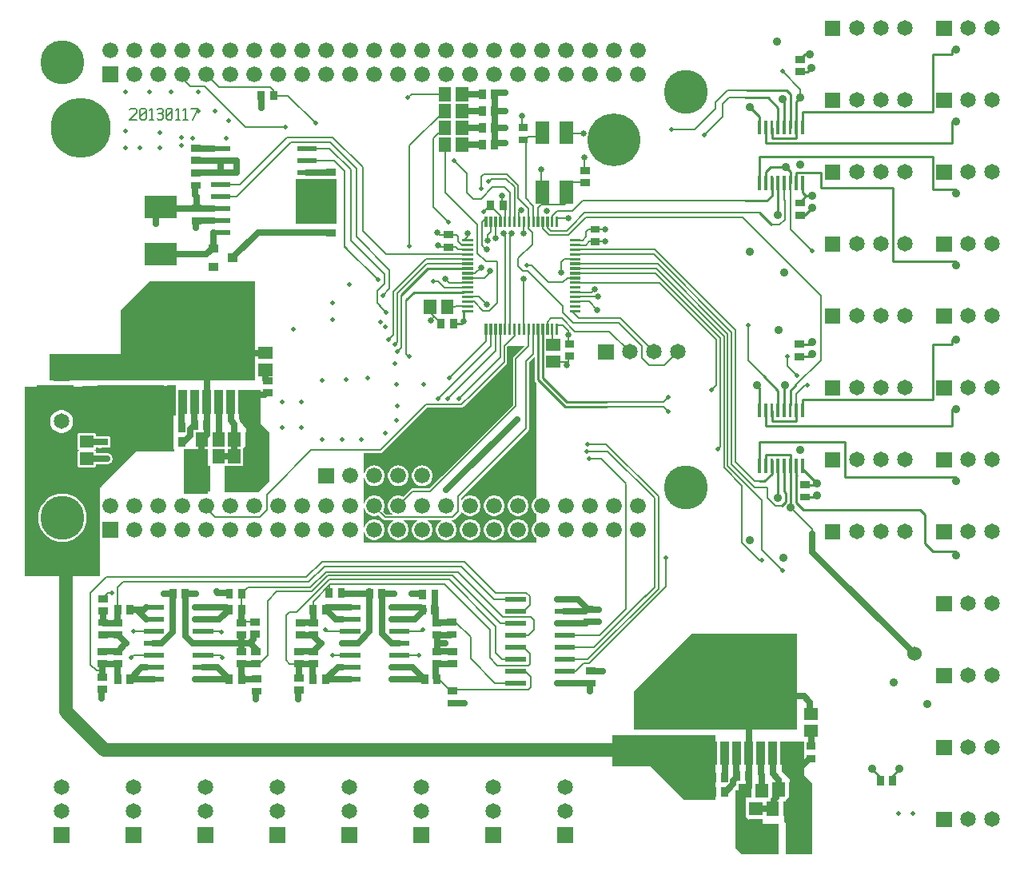
<source format=gbr>
G04 start of page 2 for group 0 idx 0 *
G04 Title: 971 BBB Cape, top *
G04 Creator: pcb 20110918 *
G04 CreationDate: Sun Jan 19 01:17:08 2014 UTC *
G04 For: brians *
G04 Format: Gerber/RS-274X *
G04 PCB-Dimensions: 500000 400000 *
G04 PCB-Coordinate-Origin: lower left *
%MOIN*%
%FSLAX25Y25*%
%LNTOP*%
%ADD203C,0.0460*%
%ADD202C,0.2000*%
%ADD201C,0.1285*%
%ADD200C,0.0350*%
%ADD199C,0.0600*%
%ADD198C,0.0360*%
%ADD197C,0.0200*%
%ADD196R,0.0550X0.0550*%
%ADD195R,0.0948X0.0948*%
%ADD194R,0.0110X0.0110*%
%ADD193R,0.0340X0.0340*%
%ADD192R,0.0130X0.0130*%
%ADD191R,0.0350X0.0350*%
%ADD190R,0.0295X0.0295*%
%ADD189R,0.0200X0.0200*%
%ADD188R,0.0512X0.0512*%
%ADD187R,0.2106X0.2106*%
%ADD186C,0.2500*%
%ADD185C,0.0660*%
%ADD184C,0.2200*%
%ADD183C,0.1830*%
%ADD182C,0.0650*%
%ADD181C,0.0550*%
%ADD180C,0.0400*%
%ADD179C,0.0250*%
%ADD178C,0.0080*%
%ADD177C,0.0100*%
%ADD176C,0.0001*%
G54D176*G36*
X182941Y321000D02*X199941D01*
Y302500D01*
X182941D01*
Y321000D01*
G37*
G36*
X267324Y200573D02*X271324D01*
Y196573D01*
X267324D01*
Y200573D01*
G37*
G36*
X271324D01*
Y196573D01*
X267324D01*
Y200573D01*
G37*
G36*
X258824Y193573D02*X262824D01*
Y189573D01*
X258824D01*
Y193573D01*
G37*
G36*
X241824Y204073D02*X245824D01*
Y200073D01*
X241824D01*
Y204073D01*
G37*
G36*
X249824Y212573D02*X253824D01*
Y208573D01*
X249824D01*
Y212573D01*
G37*
G36*
X267824Y233573D02*X271824D01*
Y229573D01*
X267824D01*
Y233573D01*
G37*
G36*
X323941Y107499D02*X347941Y131499D01*
X391941D01*
Y91499D01*
X323941D01*
Y107499D01*
G37*
G36*
X314941Y89000D02*X357941D01*
Y62000D01*
X344941D01*
X330941Y76000D01*
X314941D01*
Y89000D01*
G37*
G36*
X385941Y86499D02*X394941D01*
Y72499D01*
X398441Y68999D01*
Y39500D01*
X387441D01*
Y61999D01*
X388941Y63499D01*
Y71499D01*
X385941Y74499D01*
Y86499D01*
G37*
G36*
X366441Y66000D02*X370398D01*
X370441Y52000D01*
X384441D01*
Y39500D01*
X368941D01*
X366441Y42000D01*
Y66000D01*
G37*
G36*
X275792Y211941D02*X280021Y216170D01*
X280057Y216201D01*
X280180Y216344D01*
X280180Y216344D01*
X280279Y216506D01*
X280351Y216680D01*
X280395Y216864D01*
X280410Y217052D01*
X280406Y217099D01*
Y244696D01*
X282630Y246920D01*
Y237610D01*
X282625Y237551D01*
X282644Y237316D01*
X282699Y237086D01*
X282789Y236868D01*
X282913Y236667D01*
X283066Y236487D01*
X283111Y236449D01*
X283441Y236119D01*
Y188427D01*
X283264Y188319D01*
X282749Y187879D01*
X282309Y187364D01*
X281956Y186787D01*
X281697Y186162D01*
X281539Y185504D01*
X281486Y184829D01*
X281539Y184154D01*
X281697Y183496D01*
X281956Y182871D01*
X282309Y182294D01*
X282749Y181779D01*
X283264Y181339D01*
X283441Y181231D01*
Y178427D01*
X283264Y178319D01*
X282749Y177879D01*
X282309Y177364D01*
X281956Y176787D01*
X281697Y176162D01*
X281539Y175504D01*
X281486Y174829D01*
X281539Y174154D01*
X281697Y173496D01*
X281956Y172871D01*
X282309Y172294D01*
X282749Y171779D01*
X283264Y171339D01*
X283441Y171231D01*
Y169500D01*
X275792D01*
Y170516D01*
X275799Y170516D01*
X276474Y170569D01*
X277132Y170727D01*
X277757Y170986D01*
X278334Y171339D01*
X278849Y171779D01*
X279289Y172294D01*
X279642Y172871D01*
X279901Y173496D01*
X280059Y174154D01*
X280099Y174829D01*
X280059Y175504D01*
X279901Y176162D01*
X279642Y176787D01*
X279289Y177364D01*
X278849Y177879D01*
X278334Y178319D01*
X277757Y178672D01*
X277132Y178931D01*
X276474Y179089D01*
X275799Y179142D01*
X275792Y179142D01*
Y180516D01*
X275799Y180516D01*
X276474Y180569D01*
X277132Y180727D01*
X277757Y180986D01*
X278334Y181339D01*
X278849Y181779D01*
X279289Y182294D01*
X279642Y182871D01*
X279901Y183496D01*
X280059Y184154D01*
X280099Y184829D01*
X280059Y185504D01*
X279901Y186162D01*
X279642Y186787D01*
X279289Y187364D01*
X278849Y187879D01*
X278334Y188319D01*
X277757Y188672D01*
X277132Y188931D01*
X276474Y189089D01*
X275799Y189142D01*
X275792Y189142D01*
Y211941D01*
G37*
G36*
X269438Y205587D02*X275792Y211941D01*
Y189142D01*
X275124Y189089D01*
X274466Y188931D01*
X273841Y188672D01*
X273264Y188319D01*
X272749Y187879D01*
X272309Y187364D01*
X271956Y186787D01*
X271697Y186162D01*
X271539Y185504D01*
X271486Y184829D01*
X271539Y184154D01*
X271697Y183496D01*
X271956Y182871D01*
X272309Y182294D01*
X272749Y181779D01*
X273264Y181339D01*
X273841Y180986D01*
X274466Y180727D01*
X275124Y180569D01*
X275792Y180516D01*
Y179142D01*
X275124Y179089D01*
X274466Y178931D01*
X273841Y178672D01*
X273264Y178319D01*
X272749Y177879D01*
X272309Y177364D01*
X271956Y176787D01*
X271697Y176162D01*
X271539Y175504D01*
X271486Y174829D01*
X271539Y174154D01*
X271697Y173496D01*
X271956Y172871D01*
X272309Y172294D01*
X272749Y171779D01*
X273264Y171339D01*
X273841Y170986D01*
X274466Y170727D01*
X275124Y170569D01*
X275792Y170516D01*
Y169500D01*
X269438D01*
Y172538D01*
X269642Y172871D01*
X269901Y173496D01*
X270059Y174154D01*
X270099Y174829D01*
X270059Y175504D01*
X269901Y176162D01*
X269642Y176787D01*
X269438Y177120D01*
Y182538D01*
X269642Y182871D01*
X269901Y183496D01*
X270059Y184154D01*
X270099Y184829D01*
X270059Y185504D01*
X269901Y186162D01*
X269642Y186787D01*
X269438Y187120D01*
Y196695D01*
X269441Y196694D01*
X269723Y196717D01*
X269999Y196783D01*
X270261Y196891D01*
X270502Y197039D01*
X270718Y197223D01*
X270902Y197439D01*
X271050Y197680D01*
X271158Y197942D01*
X271224Y198218D01*
X271241Y198500D01*
X271224Y198782D01*
X271158Y199058D01*
X271050Y199320D01*
X270902Y199561D01*
X270718Y199777D01*
X270502Y199961D01*
X270261Y200109D01*
X269999Y200217D01*
X269723Y200283D01*
X269441Y200306D01*
X269438Y200305D01*
Y205587D01*
G37*
G36*
X260938Y197087D02*X269438Y205587D01*
Y200305D01*
X269159Y200283D01*
X268883Y200217D01*
X268621Y200109D01*
X268380Y199961D01*
X268164Y199777D01*
X267980Y199561D01*
X267832Y199320D01*
X267724Y199058D01*
X267658Y198782D01*
X267635Y198500D01*
X267658Y198218D01*
X267724Y197942D01*
X267832Y197680D01*
X267980Y197439D01*
X268164Y197223D01*
X268380Y197039D01*
X268621Y196891D01*
X268883Y196783D01*
X269159Y196717D01*
X269438Y196695D01*
Y187120D01*
X269289Y187364D01*
X268849Y187879D01*
X268334Y188319D01*
X267757Y188672D01*
X267132Y188931D01*
X266474Y189089D01*
X265799Y189142D01*
X265124Y189089D01*
X264466Y188931D01*
X263841Y188672D01*
X263264Y188319D01*
X262749Y187879D01*
X262309Y187364D01*
X261956Y186787D01*
X261697Y186162D01*
X261539Y185504D01*
X261486Y184829D01*
X261539Y184154D01*
X261697Y183496D01*
X261956Y182871D01*
X262309Y182294D01*
X262749Y181779D01*
X263264Y181339D01*
X263841Y180986D01*
X264466Y180727D01*
X265124Y180569D01*
X265799Y180516D01*
X266474Y180569D01*
X267132Y180727D01*
X267757Y180986D01*
X268334Y181339D01*
X268849Y181779D01*
X269289Y182294D01*
X269438Y182538D01*
Y177120D01*
X269289Y177364D01*
X268849Y177879D01*
X268334Y178319D01*
X267757Y178672D01*
X267132Y178931D01*
X266474Y179089D01*
X265799Y179142D01*
X265124Y179089D01*
X264466Y178931D01*
X263841Y178672D01*
X263264Y178319D01*
X262749Y177879D01*
X262309Y177364D01*
X261956Y176787D01*
X261697Y176162D01*
X261539Y175504D01*
X261486Y174829D01*
X261539Y174154D01*
X261697Y173496D01*
X261956Y172871D01*
X262309Y172294D01*
X262749Y171779D01*
X263264Y171339D01*
X263841Y170986D01*
X264466Y170727D01*
X265124Y170569D01*
X265799Y170516D01*
X266474Y170569D01*
X267132Y170727D01*
X267757Y170986D01*
X268334Y171339D01*
X268849Y171779D01*
X269289Y172294D01*
X269438Y172538D01*
Y169500D01*
X260938D01*
Y189695D01*
X260941Y189694D01*
X261223Y189717D01*
X261499Y189783D01*
X261761Y189891D01*
X262002Y190039D01*
X262218Y190223D01*
X262402Y190439D01*
X262550Y190680D01*
X262658Y190942D01*
X262724Y191218D01*
X262741Y191500D01*
X262724Y191782D01*
X262658Y192058D01*
X262550Y192320D01*
X262402Y192561D01*
X262218Y192777D01*
X262002Y192961D01*
X261761Y193109D01*
X261499Y193217D01*
X261223Y193283D01*
X260941Y193306D01*
X260938Y193305D01*
Y197087D01*
G37*
G36*
X269938Y243063D02*X270797Y243922D01*
X270833Y243953D01*
X270956Y244096D01*
X270956Y244097D01*
X270956Y244097D01*
X271020Y244202D01*
X271055Y244258D01*
Y244258D01*
X271055Y244258D01*
X271120Y244415D01*
X271127Y244432D01*
X271127Y244432D01*
X271127Y244432D01*
X271148Y244519D01*
X271171Y244616D01*
Y244616D01*
X271171Y244616D01*
X271186Y244804D01*
X271182Y244851D01*
Y251016D01*
X271666Y251500D01*
X278449D01*
X273987Y247038D01*
X273951Y247007D01*
X273828Y246864D01*
X273729Y246702D01*
X273657Y246528D01*
X273613Y246344D01*
X273598Y246156D01*
X273602Y246109D01*
Y226938D01*
X269938Y223274D01*
Y229695D01*
X269941Y229694D01*
X270223Y229717D01*
X270499Y229783D01*
X270761Y229891D01*
X271002Y230039D01*
X271218Y230223D01*
X271402Y230439D01*
X271550Y230680D01*
X271658Y230942D01*
X271724Y231218D01*
X271741Y231500D01*
X271724Y231782D01*
X271658Y232058D01*
X271550Y232320D01*
X271402Y232561D01*
X271218Y232777D01*
X271002Y232961D01*
X270761Y233109D01*
X270499Y233217D01*
X270223Y233283D01*
X269941Y233306D01*
X269938Y233305D01*
Y243063D01*
G37*
G36*
X260938Y234062D02*X269938Y243063D01*
Y233305D01*
X269659Y233283D01*
X269383Y233217D01*
X269121Y233109D01*
X268880Y232961D01*
X268664Y232777D01*
X268480Y232561D01*
X268332Y232320D01*
X268224Y232058D01*
X268158Y231782D01*
X268135Y231500D01*
X268158Y231218D01*
X268224Y230942D01*
X268332Y230680D01*
X268480Y230439D01*
X268664Y230223D01*
X268880Y230039D01*
X269121Y229891D01*
X269383Y229783D01*
X269659Y229717D01*
X269938Y229695D01*
Y223274D01*
X260938Y214274D01*
Y234062D01*
G37*
G36*
X251938Y181684D02*X251986Y181762D01*
X251986Y181762D01*
X251987Y181763D01*
X252017Y181837D01*
X252059Y181937D01*
X252059Y181937D01*
X252059Y181937D01*
X252079Y182020D01*
X252103Y182120D01*
X252103Y182121D01*
X252103Y182121D01*
X252103Y182122D01*
X252118Y182309D01*
X252114Y182356D01*
Y182613D01*
X252309Y182294D01*
X252749Y181779D01*
X253264Y181339D01*
X253841Y180986D01*
X254466Y180727D01*
X255124Y180569D01*
X255799Y180516D01*
X256474Y180569D01*
X257132Y180727D01*
X257757Y180986D01*
X258334Y181339D01*
X258849Y181779D01*
X259289Y182294D01*
X259642Y182871D01*
X259901Y183496D01*
X260059Y184154D01*
X260099Y184829D01*
X260059Y185504D01*
X259901Y186162D01*
X259642Y186787D01*
X259289Y187364D01*
X258849Y187879D01*
X258334Y188319D01*
X257757Y188672D01*
X257132Y188931D01*
X256474Y189089D01*
X255799Y189142D01*
X255124Y189089D01*
X254466Y188931D01*
X253841Y188672D01*
X253264Y188319D01*
X252749Y187879D01*
X252309Y187364D01*
X252114Y187045D01*
Y188263D01*
X260938Y197087D01*
Y193305D01*
X260659Y193283D01*
X260383Y193217D01*
X260121Y193109D01*
X259880Y192961D01*
X259664Y192777D01*
X259480Y192561D01*
X259332Y192320D01*
X259224Y192058D01*
X259158Y191782D01*
X259135Y191500D01*
X259158Y191218D01*
X259224Y190942D01*
X259332Y190680D01*
X259480Y190439D01*
X259664Y190223D01*
X259880Y190039D01*
X260121Y189891D01*
X260383Y189783D01*
X260659Y189717D01*
X260938Y189695D01*
Y169500D01*
X251938D01*
Y172913D01*
X251956Y172871D01*
X252309Y172294D01*
X252749Y171779D01*
X253264Y171339D01*
X253841Y170986D01*
X254466Y170727D01*
X255124Y170569D01*
X255799Y170516D01*
X256474Y170569D01*
X257132Y170727D01*
X257757Y170986D01*
X258334Y171339D01*
X258849Y171779D01*
X259289Y172294D01*
X259642Y172871D01*
X259901Y173496D01*
X260059Y174154D01*
X260099Y174829D01*
X260059Y175504D01*
X259901Y176162D01*
X259642Y176787D01*
X259289Y177364D01*
X258849Y177879D01*
X258334Y178319D01*
X257757Y178672D01*
X257132Y178931D01*
X256474Y179089D01*
X255799Y179142D01*
X255124Y179089D01*
X254466Y178931D01*
X253841Y178672D01*
X253264Y178319D01*
X252749Y177879D01*
X252309Y177364D01*
X251956Y176787D01*
X251938Y176745D01*
Y181684D01*
G37*
G36*
Y225845D02*X252176D01*
X252223Y225841D01*
X252411Y225856D01*
X252595Y225900D01*
X252769Y225972D01*
X252931Y226071D01*
X253074Y226194D01*
X253105Y226230D01*
X257627Y230751D01*
X257637Y230764D01*
X257659Y230783D01*
X260938Y234062D01*
Y214274D01*
X251938Y205274D01*
Y208695D01*
X251941Y208694D01*
X252223Y208717D01*
X252499Y208783D01*
X252761Y208891D01*
X253002Y209039D01*
X253218Y209223D01*
X253402Y209439D01*
X253550Y209680D01*
X253658Y209942D01*
X253724Y210218D01*
X253741Y210500D01*
X253724Y210782D01*
X253658Y211058D01*
X253550Y211320D01*
X253402Y211561D01*
X253218Y211777D01*
X253002Y211961D01*
X252761Y212109D01*
X252499Y212217D01*
X252223Y212283D01*
X251941Y212306D01*
X251938Y212305D01*
Y225845D01*
G37*
G36*
X243938Y170946D02*X244466Y170727D01*
X245124Y170569D01*
X245799Y170516D01*
X246474Y170569D01*
X247132Y170727D01*
X247757Y170986D01*
X248334Y171339D01*
X248849Y171779D01*
X249289Y172294D01*
X249642Y172871D01*
X249901Y173496D01*
X250059Y174154D01*
X250099Y174829D01*
X250059Y175504D01*
X249901Y176162D01*
X249642Y176787D01*
X249289Y177364D01*
X248849Y177879D01*
X248334Y178319D01*
X247757Y178672D01*
X247504Y178777D01*
X248534D01*
X248581Y178773D01*
X248769Y178788D01*
X248769Y178788D01*
X248769Y178788D01*
X248895Y178818D01*
X248953Y178832D01*
X248953Y178832D01*
X248953Y178832D01*
X249061Y178877D01*
X249127Y178904D01*
X249127Y178904D01*
X249127Y178904D01*
X249231Y178968D01*
X249288Y179003D01*
X249288Y179003D01*
X249289Y179003D01*
X249432Y179126D01*
X249463Y179162D01*
X251729Y181427D01*
X251765Y181458D01*
X251887Y181600D01*
X251888Y181601D01*
X251888Y181601D01*
X251888Y181601D01*
X251931Y181671D01*
X251938Y181684D01*
Y176745D01*
X251697Y176162D01*
X251539Y175504D01*
X251486Y174829D01*
X251539Y174154D01*
X251697Y173496D01*
X251938Y172913D01*
Y169500D01*
X243938D01*
Y170946D01*
G37*
G36*
Y178777D02*X244094D01*
X243938Y178712D01*
Y178777D01*
G37*
G36*
Y225845D02*X251938D01*
Y212305D01*
X251659Y212283D01*
X251383Y212217D01*
X251121Y212109D01*
X250880Y211961D01*
X250664Y211777D01*
X250480Y211561D01*
X250332Y211320D01*
X250224Y211058D01*
X250158Y210782D01*
X250135Y210500D01*
X250158Y210218D01*
X250224Y209942D01*
X250332Y209680D01*
X250480Y209439D01*
X250664Y209223D01*
X250880Y209039D01*
X251121Y208891D01*
X251383Y208783D01*
X251659Y208717D01*
X251938Y208695D01*
Y205274D01*
X243938Y197274D01*
Y200195D01*
X243941Y200194D01*
X244223Y200217D01*
X244499Y200283D01*
X244761Y200391D01*
X245002Y200539D01*
X245218Y200723D01*
X245402Y200939D01*
X245550Y201180D01*
X245658Y201442D01*
X245724Y201718D01*
X245741Y202000D01*
X245724Y202282D01*
X245658Y202558D01*
X245550Y202820D01*
X245402Y203061D01*
X245218Y203277D01*
X245002Y203461D01*
X244761Y203609D01*
X244499Y203717D01*
X244223Y203783D01*
X243941Y203806D01*
X243938Y203805D01*
Y225845D01*
G37*
G36*
X215792Y180516D02*X215799Y180516D01*
X216474Y180569D01*
X217132Y180727D01*
X217674Y180951D01*
X219463Y179162D01*
X219494Y179126D01*
X219637Y179003D01*
X219637Y179003D01*
X219799Y178904D01*
X219973Y178832D01*
X220157Y178788D01*
X220345Y178773D01*
X220392Y178777D01*
X224094D01*
X223841Y178672D01*
X223264Y178319D01*
X222749Y177879D01*
X222309Y177364D01*
X221956Y176787D01*
X221697Y176162D01*
X221539Y175504D01*
X221486Y174829D01*
X221539Y174154D01*
X221697Y173496D01*
X221956Y172871D01*
X222309Y172294D01*
X222749Y171779D01*
X223264Y171339D01*
X223841Y170986D01*
X224466Y170727D01*
X225124Y170569D01*
X225799Y170516D01*
X226474Y170569D01*
X227132Y170727D01*
X227757Y170986D01*
X228334Y171339D01*
X228849Y171779D01*
X229289Y172294D01*
X229642Y172871D01*
X229901Y173496D01*
X230059Y174154D01*
X230099Y174829D01*
X230059Y175504D01*
X229901Y176162D01*
X229642Y176787D01*
X229289Y177364D01*
X228849Y177879D01*
X228334Y178319D01*
X227757Y178672D01*
X227504Y178777D01*
X233567D01*
X233567Y178777D01*
X234094D01*
X233841Y178672D01*
X233264Y178319D01*
X232749Y177879D01*
X232309Y177364D01*
X231956Y176787D01*
X231697Y176162D01*
X231539Y175504D01*
X231486Y174829D01*
X231539Y174154D01*
X231697Y173496D01*
X231956Y172871D01*
X232309Y172294D01*
X232749Y171779D01*
X233264Y171339D01*
X233841Y170986D01*
X234466Y170727D01*
X235124Y170569D01*
X235799Y170516D01*
X236474Y170569D01*
X237132Y170727D01*
X237757Y170986D01*
X238334Y171339D01*
X238849Y171779D01*
X239289Y172294D01*
X239642Y172871D01*
X239901Y173496D01*
X240059Y174154D01*
X240099Y174829D01*
X240059Y175504D01*
X239901Y176162D01*
X239642Y176787D01*
X239289Y177364D01*
X238849Y177879D01*
X238334Y178319D01*
X237757Y178672D01*
X237504Y178777D01*
X243938D01*
Y178712D01*
X243841Y178672D01*
X243264Y178319D01*
X242749Y177879D01*
X242309Y177364D01*
X241956Y176787D01*
X241697Y176162D01*
X241539Y175504D01*
X241486Y174829D01*
X241539Y174154D01*
X241697Y173496D01*
X241956Y172871D01*
X242309Y172294D01*
X242749Y171779D01*
X243264Y171339D01*
X243841Y170986D01*
X243938Y170946D01*
Y169500D01*
X215792D01*
Y170516D01*
X215799Y170516D01*
X216474Y170569D01*
X217132Y170727D01*
X217757Y170986D01*
X218334Y171339D01*
X218849Y171779D01*
X219289Y172294D01*
X219642Y172871D01*
X219901Y173496D01*
X220059Y174154D01*
X220099Y174829D01*
X220059Y175504D01*
X219901Y176162D01*
X219642Y176787D01*
X219289Y177364D01*
X218849Y177879D01*
X218334Y178319D01*
X217757Y178672D01*
X217132Y178931D01*
X216474Y179089D01*
X215799Y179142D01*
X215792Y179142D01*
Y180516D01*
G37*
G36*
X235792Y223699D02*X237938Y225845D01*
X243938D01*
Y203805D01*
X243659Y203783D01*
X243383Y203717D01*
X243121Y203609D01*
X242880Y203461D01*
X242664Y203277D01*
X242480Y203061D01*
X242332Y202820D01*
X242224Y202558D01*
X242158Y202282D01*
X242135Y202000D01*
X242158Y201718D01*
X242224Y201442D01*
X242332Y201180D01*
X242480Y200939D01*
X242664Y200723D01*
X242880Y200539D01*
X243121Y200391D01*
X243383Y200283D01*
X243659Y200217D01*
X243938Y200195D01*
Y197274D01*
X238686Y192022D01*
X235792D01*
Y193016D01*
X235799Y193016D01*
X236474Y193069D01*
X237132Y193227D01*
X237757Y193486D01*
X238334Y193839D01*
X238849Y194279D01*
X239289Y194794D01*
X239642Y195371D01*
X239901Y195996D01*
X240059Y196654D01*
X240099Y197329D01*
X240059Y198004D01*
X239901Y198662D01*
X239642Y199287D01*
X239289Y199864D01*
X238849Y200379D01*
X238334Y200819D01*
X237757Y201172D01*
X237132Y201431D01*
X236474Y201589D01*
X235799Y201642D01*
X235792Y201642D01*
Y223699D01*
G37*
G36*
X225792Y213699D02*X235792Y223699D01*
Y201642D01*
X235124Y201589D01*
X234466Y201431D01*
X233841Y201172D01*
X233264Y200819D01*
X232749Y200379D01*
X232309Y199864D01*
X231956Y199287D01*
X231697Y198662D01*
X231539Y198004D01*
X231486Y197329D01*
X231539Y196654D01*
X231697Y195996D01*
X231956Y195371D01*
X232309Y194794D01*
X232749Y194279D01*
X233264Y193839D01*
X233841Y193486D01*
X234466Y193227D01*
X235124Y193069D01*
X235792Y193016D01*
Y192022D01*
X231887D01*
X231840Y192026D01*
X231652Y192011D01*
X231468Y191967D01*
X231294Y191895D01*
X231132Y191796D01*
X231132Y191796D01*
X230989Y191673D01*
X230958Y191637D01*
X227903Y188583D01*
X227757Y188672D01*
X227132Y188931D01*
X226474Y189089D01*
X225799Y189142D01*
X225792Y189142D01*
Y193016D01*
X225799Y193016D01*
X226474Y193069D01*
X227132Y193227D01*
X227757Y193486D01*
X228334Y193839D01*
X228849Y194279D01*
X229289Y194794D01*
X229642Y195371D01*
X229901Y195996D01*
X230059Y196654D01*
X230099Y197329D01*
X230059Y198004D01*
X229901Y198662D01*
X229642Y199287D01*
X229289Y199864D01*
X228849Y200379D01*
X228334Y200819D01*
X227757Y201172D01*
X227132Y201431D01*
X226474Y201589D01*
X225799Y201642D01*
X225792Y201642D01*
Y213699D01*
G37*
G36*
X218349Y206800D02*X218396Y206796D01*
X218584Y206811D01*
X218584Y206811D01*
X218768Y206855D01*
X218942Y206927D01*
X219104Y207026D01*
X219247Y207149D01*
X219278Y207185D01*
X225792Y213699D01*
Y201642D01*
X225124Y201589D01*
X224466Y201431D01*
X223841Y201172D01*
X223264Y200819D01*
X222749Y200379D01*
X222309Y199864D01*
X221956Y199287D01*
X221697Y198662D01*
X221539Y198004D01*
X221486Y197329D01*
X221539Y196654D01*
X221697Y195996D01*
X221956Y195371D01*
X222309Y194794D01*
X222749Y194279D01*
X223264Y193839D01*
X223841Y193486D01*
X224466Y193227D01*
X225124Y193069D01*
X225792Y193016D01*
Y189142D01*
X225124Y189089D01*
X224466Y188931D01*
X223841Y188672D01*
X223264Y188319D01*
X222749Y187879D01*
X222309Y187364D01*
X221956Y186787D01*
X221697Y186162D01*
X221539Y185504D01*
X221486Y184829D01*
X221539Y184154D01*
X221697Y183496D01*
X221956Y182871D01*
X222309Y182294D01*
X222749Y181779D01*
X223264Y181339D01*
X223529Y181177D01*
X220842D01*
X219454Y182565D01*
X219642Y182871D01*
X219901Y183496D01*
X220059Y184154D01*
X220099Y184829D01*
X220059Y185504D01*
X219901Y186162D01*
X219642Y186787D01*
X219289Y187364D01*
X218849Y187879D01*
X218334Y188319D01*
X217757Y188672D01*
X217132Y188931D01*
X216474Y189089D01*
X215799Y189142D01*
X215792Y189142D01*
Y193016D01*
X215799Y193016D01*
X216474Y193069D01*
X217132Y193227D01*
X217757Y193486D01*
X218334Y193839D01*
X218849Y194279D01*
X219289Y194794D01*
X219642Y195371D01*
X219901Y195996D01*
X220059Y196654D01*
X220099Y197329D01*
X220059Y198004D01*
X219901Y198662D01*
X219642Y199287D01*
X219289Y199864D01*
X218849Y200379D01*
X218334Y200819D01*
X217757Y201172D01*
X217132Y201431D01*
X216474Y201589D01*
X215799Y201642D01*
X215792Y201642D01*
Y206800D01*
X218349D01*
G37*
G36*
X215792Y189142D02*X215124Y189089D01*
X214466Y188931D01*
X213841Y188672D01*
X213264Y188319D01*
X212749Y187879D01*
X212309Y187364D01*
X211956Y186787D01*
X211697Y186162D01*
X211539Y185504D01*
X211486Y184829D01*
X211539Y184154D01*
X211697Y183496D01*
X211956Y182871D01*
X212309Y182294D01*
X212749Y181779D01*
X213264Y181339D01*
X213841Y180986D01*
X214466Y180727D01*
X215124Y180569D01*
X215792Y180516D01*
Y179142D01*
X215124Y179089D01*
X214466Y178931D01*
X213841Y178672D01*
X213264Y178319D01*
X212749Y177879D01*
X212309Y177364D01*
X211956Y176787D01*
X211697Y176162D01*
X211539Y175504D01*
X211486Y174829D01*
X211539Y174154D01*
X211697Y173496D01*
X211956Y172871D01*
X212309Y172294D01*
X212749Y171779D01*
X213264Y171339D01*
X213841Y170986D01*
X214466Y170727D01*
X215124Y170569D01*
X215792Y170516D01*
Y169500D01*
X211441D01*
Y206800D01*
X215792D01*
Y201642D01*
X215124Y201589D01*
X214466Y201431D01*
X213841Y201172D01*
X213264Y200819D01*
X212749Y200379D01*
X212309Y199864D01*
X211956Y199287D01*
X211697Y198662D01*
X211539Y198004D01*
X211486Y197329D01*
X211539Y196654D01*
X211697Y195996D01*
X211956Y195371D01*
X212309Y194794D01*
X212749Y194279D01*
X213264Y193839D01*
X213841Y193486D01*
X214466Y193227D01*
X215124Y193069D01*
X215792Y193016D01*
Y189142D01*
G37*
G36*
X80441Y248000D02*X109941D01*
Y266500D01*
X121941Y278500D01*
X165941D01*
Y237000D01*
X80441D01*
Y248000D01*
G37*
G36*
X74941Y235000D02*X90441D01*
Y225000D01*
X74941D01*
Y235000D01*
G37*
G36*
X100441D02*X115941D01*
Y225000D01*
X100441D01*
Y235000D01*
G37*
G36*
X112441D02*X127941D01*
Y225000D01*
X112441D01*
Y235000D01*
G37*
G36*
X117441D02*X132941Y234500D01*
Y225000D01*
X117441D01*
Y235000D01*
G37*
G36*
Y232500D02*X132941D01*
Y222500D01*
X117441D01*
Y232500D01*
G37*
G36*
X114941Y223000D02*X130441D01*
Y213000D01*
X114941D01*
Y223000D01*
G37*
G36*
X116441Y217500D02*X131941D01*
Y207500D01*
X116441D01*
Y217500D01*
G37*
G36*
X136592Y208393D02*X146455D01*
Y189940D01*
X136592D01*
Y208393D01*
G37*
G36*
X159441Y233000D02*X168441D01*
Y219000D01*
X171941Y215500D01*
Y195000D01*
X167441Y190500D01*
X153441D01*
Y201500D01*
X160941D01*
Y208500D01*
X162441Y210000D01*
Y218000D01*
X159441Y221000D01*
Y233000D01*
G37*
G36*
X116441Y224000D02*X131941D01*
Y214000D01*
X116441D01*
Y224000D01*
G37*
G36*
X99941D02*X115441D01*
Y214000D01*
X99941D01*
Y224000D01*
G37*
G36*
X85784Y194500D02*X101441D01*
Y155500D01*
X85784D01*
Y169749D01*
X85799Y169748D01*
X87376Y169872D01*
X88914Y170241D01*
X90376Y170847D01*
X91724Y171673D01*
X92927Y172701D01*
X93955Y173904D01*
X94781Y175252D01*
X95387Y176714D01*
X95756Y178252D01*
X95849Y179829D01*
X95756Y181406D01*
X95387Y182944D01*
X94781Y184406D01*
X93955Y185754D01*
X92927Y186957D01*
X91724Y187985D01*
X90376Y188811D01*
X88914Y189417D01*
X87376Y189786D01*
X85799Y189910D01*
X85784Y189909D01*
Y194500D01*
G37*
G36*
X69941D02*X85784D01*
Y189909D01*
X84222Y189786D01*
X82684Y189417D01*
X81222Y188811D01*
X79874Y187985D01*
X78671Y186957D01*
X77643Y185754D01*
X76817Y184406D01*
X76211Y182944D01*
X75842Y181406D01*
X75718Y179829D01*
X75842Y178252D01*
X76211Y176714D01*
X76817Y175252D01*
X77643Y173904D01*
X78671Y172701D01*
X79874Y171673D01*
X81222Y170847D01*
X82684Y170241D01*
X84222Y169872D01*
X85784Y169749D01*
Y155500D01*
X69941D01*
Y194500D01*
G37*
G36*
X102941Y228002D02*X113042Y228010D01*
X113195Y228047D01*
X113340Y228107D01*
X113475Y228189D01*
X113571Y228272D01*
X113667Y228189D01*
X113802Y228107D01*
X113947Y228047D01*
X114100Y228010D01*
X114257Y228001D01*
X125042Y228010D01*
X125195Y228047D01*
X125340Y228107D01*
X125475Y228189D01*
X125594Y228292D01*
X125697Y228411D01*
X125779Y228546D01*
X125839Y228691D01*
X125876Y228844D01*
X125885Y229001D01*
X125876Y234276D01*
X125839Y234429D01*
X125779Y234574D01*
X125697Y234709D01*
X125594Y234828D01*
X125475Y234931D01*
X125458Y234941D01*
X132941Y235000D01*
X132922Y233953D01*
X132850Y233971D01*
X132693Y233980D01*
X129032Y233971D01*
X128879Y233934D01*
X128734Y233874D01*
X128599Y233792D01*
X128480Y233689D01*
X128377Y233570D01*
X128295Y233435D01*
X128235Y233290D01*
X128198Y233137D01*
X128189Y232980D01*
X128198Y223020D01*
X128203Y223000D01*
Y219972D01*
X128165Y219928D01*
X128083Y219793D01*
X128023Y219648D01*
X127986Y219495D01*
X127977Y219338D01*
X127986Y215245D01*
X128023Y215092D01*
X128083Y214947D01*
X128165Y214812D01*
X128203Y214768D01*
Y213972D01*
X128165Y213928D01*
X128083Y213793D01*
X128023Y213648D01*
X127986Y213495D01*
X127977Y213338D01*
X127986Y209245D01*
X128023Y209092D01*
X128083Y208947D01*
X128165Y208812D01*
X128268Y208693D01*
X128387Y208590D01*
X128522Y208508D01*
X128667Y208448D01*
X128820Y208411D01*
X128977Y208402D01*
X132086Y208411D01*
X132239Y208448D01*
X132384Y208508D01*
X132460Y208555D01*
X132441Y207500D01*
X116441D01*
X102941Y194000D01*
Y202250D01*
X104441D01*
X104794Y202271D01*
X105138Y202354D01*
X105466Y202489D01*
X105768Y202674D01*
X106037Y202904D01*
X106267Y203173D01*
X106452Y203475D01*
X106587Y203803D01*
X106670Y204147D01*
X106698Y204500D01*
X106670Y204853D01*
X106587Y205197D01*
X106452Y205525D01*
X106267Y205827D01*
X106037Y206096D01*
X105768Y206326D01*
X105466Y206511D01*
X105138Y206646D01*
X104794Y206729D01*
X104441Y206750D01*
X102941D01*
Y208969D01*
X105066Y208974D01*
X105219Y209011D01*
X105364Y209071D01*
X105499Y209153D01*
X105618Y209256D01*
X105721Y209375D01*
X105803Y209510D01*
X105863Y209655D01*
X105900Y209808D01*
X105909Y209965D01*
X105900Y213074D01*
X105863Y213227D01*
X105803Y213372D01*
X105721Y213507D01*
X105618Y213626D01*
X105499Y213729D01*
X105364Y213811D01*
X105219Y213871D01*
X105066Y213908D01*
X104909Y213917D01*
X102941Y213913D01*
Y214087D01*
X105066Y214092D01*
X105219Y214129D01*
X105364Y214189D01*
X105499Y214271D01*
X105618Y214374D01*
X105721Y214493D01*
X105803Y214628D01*
X105863Y214773D01*
X105900Y214926D01*
X105909Y215083D01*
X105900Y218192D01*
X105863Y218345D01*
X105803Y218490D01*
X105721Y218625D01*
X105618Y218744D01*
X105499Y218847D01*
X105364Y218929D01*
X105219Y218989D01*
X105066Y219026D01*
X104909Y219035D01*
X102941Y219031D01*
Y228002D01*
G37*
G36*
Y206750D02*X99884D01*
X99884Y207173D01*
X99847Y207326D01*
X99787Y207471D01*
X99705Y207606D01*
X99602Y207725D01*
X99483Y207828D01*
X99348Y207910D01*
X99203Y207970D01*
X99078Y208000D01*
X99203Y208030D01*
X99348Y208090D01*
X99483Y208172D01*
X99602Y208275D01*
X99705Y208394D01*
X99787Y208529D01*
X99847Y208674D01*
X99884Y208827D01*
X99893Y208984D01*
X99892Y209293D01*
X100232D01*
X100264Y209256D01*
X100383Y209153D01*
X100518Y209071D01*
X100663Y209011D01*
X100816Y208974D01*
X100973Y208965D01*
X102941Y208969D01*
Y206750D01*
G37*
G36*
X85434Y225236D02*X85441Y225235D01*
X86186Y225294D01*
X86913Y225469D01*
X87604Y225755D01*
X88242Y226145D01*
X88810Y226631D01*
X89296Y227199D01*
X89686Y227837D01*
X89972Y228528D01*
X90147Y229255D01*
X90191Y230000D01*
X90147Y230745D01*
X89972Y231472D01*
X89686Y232163D01*
X89296Y232801D01*
X88810Y233369D01*
X88242Y233855D01*
X87604Y234245D01*
X86913Y234531D01*
X86497Y234631D01*
X101481Y234750D01*
X101445Y234709D01*
X101363Y234574D01*
X101303Y234429D01*
X101266Y234276D01*
X101257Y234119D01*
X101266Y228844D01*
X101303Y228691D01*
X101363Y228546D01*
X101445Y228411D01*
X101548Y228292D01*
X101667Y228189D01*
X101802Y228107D01*
X101947Y228047D01*
X102100Y228010D01*
X102257Y228001D01*
X102941Y228002D01*
Y219031D01*
X100816Y219026D01*
X100663Y218989D01*
X100518Y218929D01*
X100383Y218847D01*
X100264Y218744D01*
X100161Y218625D01*
X100079Y218490D01*
X100019Y218345D01*
X99982Y218192D01*
X99973Y218035D01*
X99982Y214926D01*
X100019Y214773D01*
X100079Y214628D01*
X100161Y214493D01*
X100264Y214374D01*
X100383Y214271D01*
X100518Y214189D01*
X100663Y214129D01*
X100816Y214092D01*
X100973Y214083D01*
X102941Y214087D01*
Y213913D01*
X100816Y213908D01*
X100663Y213871D01*
X100518Y213811D01*
X100489Y213793D01*
X99885D01*
X99884Y214259D01*
X99847Y214412D01*
X99787Y214557D01*
X99705Y214692D01*
X99602Y214811D01*
X99483Y214914D01*
X99348Y214996D01*
X99203Y215056D01*
X99050Y215093D01*
X98893Y215102D01*
X92832Y215093D01*
X92679Y215056D01*
X92534Y214996D01*
X92399Y214914D01*
X92280Y214811D01*
X92177Y214692D01*
X92095Y214557D01*
X92035Y214412D01*
X91998Y214259D01*
X91989Y214102D01*
X91998Y208827D01*
X92035Y208674D01*
X92095Y208529D01*
X92177Y208394D01*
X92280Y208275D01*
X92399Y208172D01*
X92534Y208090D01*
X92679Y208030D01*
X92804Y208000D01*
X92679Y207970D01*
X92534Y207910D01*
X92399Y207828D01*
X92280Y207725D01*
X92177Y207606D01*
X92095Y207471D01*
X92035Y207326D01*
X91998Y207173D01*
X91989Y207016D01*
X91998Y201741D01*
X92035Y201588D01*
X92095Y201443D01*
X92177Y201308D01*
X92280Y201189D01*
X92399Y201086D01*
X92534Y201004D01*
X92679Y200944D01*
X92832Y200907D01*
X92989Y200898D01*
X99050Y200907D01*
X99203Y200944D01*
X99348Y201004D01*
X99483Y201086D01*
X99602Y201189D01*
X99705Y201308D01*
X99787Y201443D01*
X99847Y201588D01*
X99884Y201741D01*
X99893Y201898D01*
X99892Y202250D01*
X102941D01*
Y194000D01*
X101941Y193000D01*
Y192500D01*
X85434D01*
Y215236D01*
X85441Y215235D01*
X86186Y215294D01*
X86913Y215469D01*
X87604Y215755D01*
X88242Y216145D01*
X88810Y216631D01*
X89296Y217199D01*
X89686Y217837D01*
X89972Y218528D01*
X90147Y219255D01*
X90191Y220000D01*
X90147Y220745D01*
X89972Y221472D01*
X89686Y222163D01*
X89296Y222801D01*
X88810Y223369D01*
X88242Y223855D01*
X87604Y224245D01*
X86913Y224531D01*
X86186Y224706D01*
X85441Y224765D01*
X85434Y224764D01*
Y225236D01*
G37*
G36*
X69941Y234500D02*X84313Y234614D01*
X83969Y234531D01*
X83278Y234245D01*
X82640Y233855D01*
X82072Y233369D01*
X81586Y232801D01*
X81196Y232163D01*
X80910Y231472D01*
X80735Y230745D01*
X80676Y230000D01*
X80735Y229255D01*
X80910Y228528D01*
X81196Y227837D01*
X81586Y227199D01*
X82072Y226631D01*
X82640Y226145D01*
X83278Y225755D01*
X83969Y225469D01*
X84696Y225294D01*
X85434Y225236D01*
Y224764D01*
X84696Y224706D01*
X83969Y224531D01*
X83278Y224245D01*
X82640Y223855D01*
X82072Y223369D01*
X81586Y222801D01*
X81196Y222163D01*
X80910Y221472D01*
X80735Y220745D01*
X80676Y220000D01*
X80735Y219255D01*
X80910Y218528D01*
X81196Y217837D01*
X81586Y217199D01*
X82072Y216631D01*
X82640Y216145D01*
X83278Y215755D01*
X83969Y215469D01*
X84696Y215294D01*
X85434Y215236D01*
Y192500D01*
X69941D01*
Y234500D01*
G37*
G54D177*X371215Y358262D02*X371157D01*
X387623D02*X371287D01*
X379941Y355000D02*X370441D01*
X384162Y344917D02*Y350779D01*
X379044Y340311D02*Y336000D01*
X381603Y342614D02*Y338000D01*
X384162Y350779D02*X379941Y355000D01*
X386720Y353721D02*X385941Y354500D01*
X381603Y338000D02*X391838D01*
X376485Y347145D02*X372441Y351189D01*
X376485Y342614D02*Y347145D01*
X389279Y342614D02*Y355913D01*
X386720Y342614D02*Y353721D01*
X458441Y375000D02*X456641D01*
Y373200D01*
X448750D01*
Y349250D01*
X458441Y345000D02*X456641D01*
Y336000D01*
X448750Y330300D02*X376485D01*
X448750D02*Y322775D01*
X376485Y330300D02*Y325219D01*
X456641Y336000D02*X379044D01*
X402250Y323839D02*X391838D01*
X458441Y316800D02*Y315000D01*
Y316800D02*X458250D01*
D03*
X448750D01*
Y328750D02*Y316800D01*
X391838Y323839D02*Y321689D01*
X394397Y319386D02*Y315434D01*
X379044Y319386D02*Y324000D01*
X379441Y312000D02*X370441D01*
X381603Y314162D02*X379441Y312000D01*
X381044Y326000D02*X387441D01*
X379044Y324000D02*X381044Y326000D01*
X389279Y319386D02*Y324162D01*
X387441Y326000D02*X389279Y324162D01*
X381603Y321689D02*Y314162D01*
X376485Y328750D02*Y321689D01*
X402250Y323839D02*Y317434D01*
X395831Y314000D02*X398441D01*
G54D178*X387172Y312000D02*X386720Y312452D01*
Y319386D01*
G54D177*X448750Y349250D02*X394397D01*
X391838Y338000D02*Y353397D01*
X394397Y349250D02*Y344917D01*
X393441Y365941D02*X396441D01*
X397941Y367441D01*
X397441Y373000D02*X395441D01*
X393441Y371000D01*
X389279Y356605D02*X387623Y358262D01*
X389279Y356005D02*Y356605D01*
X391838Y353397D02*X393441Y355000D01*
G54D178*Y358500D01*
X385941Y366000D02*X393441Y358500D01*
X306581Y273940D02*X307716Y275075D01*
X305390Y270003D02*X308872Y266522D01*
X297976Y273940D02*X306581D01*
X297976Y271971D02*X308992D01*
X297976Y270003D02*X305390D01*
X297976Y287719D02*X295178D01*
X297976Y279845D02*X296286D01*
X294441Y278000D01*
X295259Y287719D02*X293902Y286362D01*
Y282263D01*
X294482Y268095D02*Y265543D01*
X297976Y266066D02*X301042Y263000D01*
X318441D01*
X294482Y265543D02*X298803Y261222D01*
X317755D01*
X313869Y257572D02*X299592D01*
X294164Y263000D01*
G54D177*X295489Y226192D02*X312917D01*
X284130Y237551D02*X295489Y226192D01*
X296103Y228124D02*X312620D01*
X286099Y238128D02*X296103Y228124D01*
X284130Y260093D02*Y237551D01*
X286099Y260093D02*Y238128D01*
G54D178*X280193Y251547D02*Y258394D01*
X282162Y260093D02*Y248149D01*
X279206Y245193D02*Y230234D01*
X292004Y260093D02*X294441D01*
X274802Y246156D02*X280193Y251547D01*
X282162Y248149D02*X279206Y245193D01*
X296748Y252388D02*Y253650D01*
Y247270D02*Y245000D01*
X296662Y244914D01*
X290441D01*
X295937D02*Y243628D01*
X294348Y260093D02*X296748Y257693D01*
Y253693D01*
X290048Y252000D02*Y258394D01*
X289441Y263000D02*X288067Y261626D01*
Y258394D01*
X279890Y282687D02*X294482Y268095D01*
X294164Y263000D02*X289441D01*
X318441D02*X332441Y249000D01*
X317755Y261222D02*X327407Y251570D01*
Y246410D01*
X330486Y243331D01*
X313869Y257572D02*X322441Y249000D01*
X262477Y260093D02*Y253536D01*
X264445Y260093D02*Y251504D01*
X266414Y260093D02*X266441Y249500D01*
X274802Y246156D02*Y226441D01*
X256810Y231631D02*X269982Y244804D01*
X268382Y260093D02*Y246941D01*
X274288Y260093D02*Y255819D01*
X269982Y251513D01*
Y244804D01*
X257443Y270002D02*X261210Y266235D01*
X263795D01*
X266978Y269418D01*
X288066Y300735D02*X289428Y299372D01*
X286098Y300431D02*X288774Y297755D01*
X288066Y304963D02*Y300735D01*
X286098Y304963D02*Y300440D01*
Y300614D02*Y300440D01*
Y300475D02*Y300431D01*
X278224Y304963D02*Y298517D01*
X276255Y304963D02*Y307300D01*
X277174Y308219D01*
X266413Y304963D02*Y296594D01*
X264444Y304963D02*Y298992D01*
Y299125D02*X263240Y297921D01*
X262476Y304963D02*X260740Y303227D01*
Y293329D01*
X258841Y290090D02*Y302100D01*
X260740Y293329D02*X262240Y291829D01*
X262740D01*
X253106Y295592D02*X254740Y297226D01*
Y298329D01*
X263240Y297921D02*Y295329D01*
X270351Y295943D02*Y297933D01*
X272319Y295594D02*Y297672D01*
X270351Y297933D02*X269653Y298631D01*
X272319Y297672D02*X273229Y298582D01*
X253106Y270002D02*X257334D01*
X261609Y279844D02*X264034Y282269D01*
X266978Y286653D02*X262278D01*
X258841Y290090D01*
X274287Y304963D02*Y317689D01*
X275887Y312972D02*Y318352D01*
X280192Y308667D02*X275887Y312972D01*
X278941Y328992D02*Y313000D01*
X282161Y309780D01*
Y303264D01*
X278941Y328008D02*Y337500D01*
X280119Y338678D01*
X285430D01*
X277449Y342559D02*Y347500D01*
G54D179*X260839Y342992D02*X260347Y342500D01*
X265957Y349992D02*Y342500D01*
Y349992D02*X266449Y349500D01*
X270441D01*
X265957Y342500D02*X266000Y342457D01*
Y335500D01*
X265957Y342008D02*X266449Y342500D01*
X270441D01*
X266000Y335992D02*X266008Y336000D01*
X270441D01*
X266000Y356992D02*Y349500D01*
Y356992D02*X270441D01*
G54D178*X270708Y321267D02*X264708D01*
X271118Y323121D02*X261394D01*
X260568Y322295D01*
X264708Y321267D02*X263441Y320000D01*
X260568Y322295D02*Y316997D01*
X265196Y317738D02*X260348Y312890D01*
X257209D01*
X254546Y315552D01*
Y323347D01*
X264382Y310492D02*X261502Y307612D01*
X268381Y305826D02*X264382Y309825D01*
Y310000D01*
X261502Y307612D02*Y307367D01*
X274287Y317689D02*X270726Y321249D01*
X272318Y315385D02*X269965Y317738D01*
X265196D01*
X270350Y304963D02*Y309150D01*
X269500Y310000D01*
Y310492D02*X268941Y311051D01*
Y314000D01*
X272318Y304963D02*Y315385D01*
X268381Y304963D02*Y305826D01*
X303365Y324772D02*Y330000D01*
X296453Y340007D02*X302941D01*
X339837Y341827D02*X349316D01*
X358050Y350561D01*
X353390Y339521D02*X360933Y347064D01*
Y352336D01*
X358050Y350561D02*Y353251D01*
X363061Y358262D01*
X360933Y352336D02*X363598Y355000D01*
X371157Y358262D02*X363061D01*
X370441Y355000D02*X363598D01*
X307462Y300156D02*X312157D01*
X304176Y305229D02*X369319D01*
X303559Y307000D02*X376441D01*
X302670Y312000D02*X370441D01*
X297976Y283782D02*X333399D01*
X297976Y281814D02*X333104D01*
X297976Y277877D02*X334778D01*
X297976Y285751D02*X333942D01*
X297976Y289688D02*X332396D01*
X332251Y291656D02*X332761D01*
X371602Y260228D02*Y245343D01*
X377944Y239000D01*
X358441Y252000D02*Y235000D01*
X363241Y256452D02*Y255546D01*
X364841Y257243D02*Y256457D01*
X366441Y257976D02*Y256869D01*
X358441Y235000D02*X356441Y233000D01*
X312620Y228124D02*X336441D01*
X312917Y226192D02*X336441D01*
Y228124D02*X338441Y230124D01*
X336441Y226192D02*X338441Y224192D01*
X330486Y243331D02*X336772D01*
X342441Y249000D01*
X398441Y291000D02*X389279Y300162D01*
Y321689D02*Y300162D01*
X369319Y305229D02*X401986Y272561D01*
X387182Y304280D02*X384902Y302000D01*
X381441D01*
X387172Y304270D02*Y312000D01*
X333399Y283782D02*X361641Y255540D01*
X333104Y281814D02*X360041Y254877D01*
X334778Y277877D02*X358441Y254214D01*
Y252000D01*
X333942Y285751D02*X363241Y256452D01*
X332396Y289688D02*X364841Y257243D01*
X332761Y291656D02*X366441Y257976D01*
X396441Y235000D02*X395441D01*
X391838Y231397D01*
X401986Y245532D02*X391461Y235007D01*
X388207Y247280D02*Y242981D01*
X392188Y239000D01*
X401986Y272561D02*Y253764D01*
Y253878D02*Y245532D01*
X291991Y307772D02*X298420D01*
X295931Y299372D02*X297971Y301411D01*
X296702Y297755D02*X304176Y305229D01*
X292003Y304963D02*X296779D01*
X297938Y301378D02*X303559Y307000D01*
X289428Y299372D02*X295931D01*
X288774Y297755D02*X296702D01*
X297976Y295593D02*X302689D01*
X304230Y299288D02*X305098Y300156D01*
X303365Y319654D02*X298786D01*
X296453Y317321D01*
X294941Y310500D02*X296453Y312012D01*
Y317321D01*
X298441Y307772D02*X302670Y312000D01*
X305098Y300156D02*X307954D01*
X297976Y291656D02*X332557D01*
X302689Y295593D02*X304230Y297134D01*
Y299288D01*
X305357Y295038D02*X303944Y293625D01*
X299675D01*
X305357Y295038D02*X312122D01*
X290035Y305815D02*X291991Y307772D01*
X290035Y304963D02*Y305815D01*
X284129Y304963D02*Y309188D01*
X285441Y310500D01*
X294941D01*
X285430Y318650D02*Y325000D01*
X275887Y318352D02*X271118Y323121D01*
X280192Y308667D02*Y300309D01*
X281692Y298809D01*
Y293836D01*
X275876Y288020D01*
X294441Y278000D02*X288441D01*
X281441Y285000D01*
X279441D01*
X275876Y288020D02*Y284637D01*
X277826Y282687D01*
X279890D01*
X264034Y282269D02*Y282931D01*
X266978Y269418D02*Y286653D01*
G54D177*X387425Y186369D02*X385730Y184673D01*
G54D178*X379833Y188086D02*X383246Y184673D01*
X385730D01*
G54D177*X387441Y189962D02*Y186369D01*
X387479Y190000D02*X387441Y189962D01*
X386720Y190759D02*X387479Y190000D01*
X386720Y203689D02*Y190759D01*
X378441Y195000D02*X376441D01*
X381603Y198162D02*X378441Y195000D01*
X381603Y203689D02*Y198162D01*
G54D178*X379833Y192610D02*Y188086D01*
G54D177*X384162Y201386D02*Y188000D01*
G54D178*X366441Y203078D02*X374519Y195000D01*
X364841Y202092D02*X374323Y192610D01*
X363241Y201429D02*X377441Y187229D01*
X361641Y200700D02*X369127Y193214D01*
G54D179*X353282Y111500D02*X371941D01*
G54D178*X374519Y195000D02*X376510D01*
X374323Y192610D02*X379833D01*
G54D177*X387441Y186369D02*X387425D01*
X387441D03*
X391810Y186000D02*X394810Y183000D01*
X389279Y184162D02*X389441Y184000D01*
X389279Y187162D02*Y184162D01*
G54D178*X389441Y184000D02*X398441Y175000D01*
G54D177*X399882Y188441D02*X395441D01*
X400441Y189000D02*X399882Y188441D01*
X400000Y193559D02*X395441D01*
G54D178*X377441Y187229D02*Y168118D01*
Y166395D02*X386151Y157685D01*
X377441Y166395D02*Y168000D01*
X369127Y171314D03*
Y169388D02*Y193214D01*
Y169388D02*X376337Y162178D01*
X377347D01*
G54D177*X400441Y194000D02*X400000Y193559D01*
X391838Y199083D02*Y195535D01*
X458250Y196800D02*X412250D01*
X394397Y229250D02*Y226917D01*
X456641Y225000D02*Y218000D01*
X458441Y196800D02*Y195000D01*
Y196800D02*X458250D01*
D03*
X456641Y218000D02*X379044D01*
Y206000D02*X389279D01*
X379044Y201386D02*Y206000D01*
X389279Y201386D02*Y206000D01*
X391838Y224614D02*Y220000D01*
X391810Y195575D02*Y186000D01*
X391838Y195603D02*X391810Y195575D01*
X389279Y203689D02*Y187096D01*
X412250Y204300D02*Y196800D01*
Y211300D02*Y197300D01*
Y211300D02*X389117D01*
X391973Y197309D02*X391838D01*
X394441Y200000D02*X400441Y194000D01*
X401750Y211300D02*X376485D01*
Y203689D01*
Y208000D02*Y203689D01*
X445441Y169109D02*X448750Y165800D01*
X445441Y181000D02*Y169109D01*
X443441Y183000D02*X445441Y181000D01*
X458441Y165800D02*Y164000D01*
Y165800D02*X458250D01*
D03*
X448750D01*
X394810Y183000D02*X443441D01*
G54D178*X398441Y175000D02*Y173000D01*
G54D179*X440941Y123000D02*X398441Y165500D01*
Y173000D01*
G54D177*X432000Y72118D02*X434882Y75000D01*
X432000Y70000D02*Y72118D01*
X426882Y71559D02*X423441Y75000D01*
X426882Y70000D02*Y71559D01*
G54D179*X356823Y71992D02*X356941Y72110D01*
X376941Y73000D02*X377484Y72457D01*
X361941Y71992D02*Y81579D01*
X374549Y58500D02*X382780Y58501D01*
X382440Y61999D02*Y58501D01*
X366941Y84728D02*X366882Y84669D01*
X371941Y84728D02*X372000Y84669D01*
X366882D02*Y71999D01*
X372000Y84669D02*Y67602D01*
X370398Y66000D01*
X377484Y72457D02*Y66000D01*
X381941Y84728D02*Y73000D01*
X370398Y66393D02*X369441Y65436D01*
X366882Y71507D02*X365467Y70092D01*
Y68683D01*
X362284Y65500D01*
X369441Y65436D02*Y54500D01*
X372528Y51413D01*
X374548D01*
Y58499D02*X374549Y58500D01*
X371941Y118193D02*Y81579D01*
X397548Y98042D02*Y102892D01*
X394941Y105499D01*
X387441D01*
X397548Y90956D02*X397941Y90563D01*
Y84499D01*
X383441Y63000D02*X382440Y61999D01*
X386941Y84728D02*Y74499D01*
X376941Y84728D02*Y72999D01*
X390441Y70999D02*X390527Y66500D01*
Y66893D02*X390484Y61087D01*
X387898Y58501D01*
X387941Y53500D01*
X397449Y79381D02*X392567Y74499D01*
X391941D01*
X386941D02*X390441Y70999D01*
X381941Y73000D02*X384398Y70543D01*
Y66500D01*
Y66893D02*X383441Y65936D01*
Y63000D01*
X374548Y51413D02*X379961Y46000D01*
X381536D01*
G54D177*X381441Y302000D02*X376441Y307000D01*
X458441Y254000D02*X456641D01*
Y252200D01*
X448750D01*
Y229250D01*
X458441Y225000D02*X456641D01*
X379044Y222311D02*Y218000D01*
X386720Y224614D02*Y234650D01*
X381603Y220000D02*X391838D01*
X381603Y224614D02*Y220000D01*
G54D178*X391838Y231397D02*Y224614D01*
G54D177*X448750Y229250D02*X394397D01*
X397497Y247056D02*X393135D01*
X398441Y248000D02*X397497Y247056D01*
X397615Y252174D02*X398441Y253000D01*
X393135Y252174D02*X397615D01*
X458441Y286800D02*Y285000D01*
Y286800D02*X458250D01*
D03*
X432250D01*
Y317434D02*Y286800D01*
Y317434D02*X402250D01*
X394397Y315434D02*X395831Y314000D01*
X384162Y319386D02*Y306000D01*
X392949Y311118D02*X395831Y314000D01*
X395441Y306000D02*X398441Y309000D01*
X392949Y306000D02*X395441D01*
X389279Y232825D02*X391441Y234987D01*
X389279Y226917D02*Y232825D01*
X384162Y232782D02*X377944Y239000D01*
X384162Y226917D02*Y232782D01*
X386720Y234650D02*X387070Y235000D01*
X376485Y233956D02*X375441Y235000D01*
X376485Y224614D02*Y233956D01*
G54D178*X366441Y257772D02*Y203078D01*
X364841Y256865D02*Y202092D01*
X363241Y256202D02*Y201429D01*
X360041Y254877D02*Y210000D01*
X361641Y255540D02*Y200767D01*
X358941Y208500D02*X360041Y209600D01*
Y229900D01*
G54D177*X238192Y283781D02*X227240Y272829D01*
G54D178*X237756Y285750D02*X225528Y273522D01*
X237358Y287718D02*X223884Y274244D01*
G54D177*X232350Y273939D02*X229240Y270829D01*
G54D178*X228128Y289687D02*X220754D01*
X203441Y293000D02*X204441Y292000D01*
G54D177*X252106Y260829D02*X248799D01*
X253106Y261829D02*X252106Y260829D01*
X253106Y266065D02*Y261829D01*
G54D178*Y271970D02*X259552D01*
X253106Y268033D02*X249600D01*
X249396Y267829D01*
X270351Y260093D02*Y296024D01*
X272319Y260093D02*Y295594D01*
X278225Y260093D02*Y279602D01*
X259552Y271970D02*X262750Y268772D01*
X260501Y279844D02*X261609D01*
X250834Y291655D02*X254805D01*
X247189Y277876D02*X245557Y279508D01*
X253106Y277876D02*X247189D01*
X253106Y275907D02*X245166D01*
X245207D02*X242550Y278564D01*
X240391D01*
G54D177*X253106Y283781D02*X238192D01*
G54D178*X253106Y285750D02*X237756D01*
X253106Y287718D02*X237358D01*
G54D177*X253106Y273939D02*X232350D01*
G54D178*X253106Y289687D02*X228091D01*
X253106Y279844D02*X260641D01*
X253106Y281813D02*X257905D01*
X260341Y284249D01*
X249396Y267829D02*X246240D01*
X253106Y293624D02*X252274D01*
X250724Y295174D01*
Y297065D01*
X249939Y297850D01*
X246827D01*
X249757Y292732D02*X250834Y291655D01*
X249757Y292732D02*X243267D01*
X242456Y293543D01*
X246335Y297850D02*X243118D01*
X242168Y298800D01*
X239154Y268222D02*Y265356D01*
X243681Y260829D01*
X240788Y263721D02*X239302Y262235D01*
X223884Y274244D02*Y256000D01*
X225528Y273522D02*Y253087D01*
X227240Y272829D02*Y250799D01*
X229240Y270829D02*Y248201D01*
X223884Y256000D02*X221884Y254000D01*
X225528Y253087D02*X224441Y252000D01*
X227240Y250799D02*X225441Y249000D01*
X229240Y248201D02*X230441Y247000D01*
X237441Y227045D02*X218396Y208000D01*
X189441D01*
X172611Y191170D01*
X220729Y265580D02*X218246Y268063D01*
X219441Y272500D02*X222262Y275321D01*
X218309Y268000D02*X216941Y269368D01*
Y274500D01*
X262477Y253536D02*X246941Y238000D01*
X264445Y251504D02*X242441Y229500D01*
X266441Y249500D02*X246441Y229500D01*
X268382Y246941D02*X250941Y229500D01*
X252223Y227045D02*X256778Y231600D01*
X239183Y190822D02*X274802Y226441D01*
X237359Y227045D02*X252223D01*
G54D179*X275291Y220952D02*X245863Y191524D01*
G54D178*X279206Y217052D02*X250914Y188760D01*
X279206Y230265D02*Y217052D01*
G54D179*X130941Y231228D02*X130453Y230740D01*
X135941Y231228D02*X135571Y230858D01*
X140941Y231228D02*X141012Y231157D01*
X145941Y231228D02*X146130Y231039D01*
X140941Y231228D02*X140882Y231169D01*
X145941Y231228D02*X146000Y231169D01*
X130453Y230740D02*Y211370D01*
X135571Y230858D02*Y217370D01*
Y211862D02*X136777D01*
X139107Y214191D01*
Y216725D01*
X140882Y231169D02*Y218500D01*
X139107Y216725D02*X140882Y218500D01*
X146130Y264504D02*Y226000D01*
X146000Y231169D02*Y214602D01*
X143898Y212500D01*
Y205500D01*
Y205893D02*X145036Y204755D01*
Y196000D01*
X145941Y264693D02*X146130Y264504D01*
G54D180*X99311Y243370D02*X107571D01*
G54D179*X102449Y211441D02*X102347Y211543D01*
X95941D01*
X150941Y231228D02*X150984Y231185D01*
Y212500D01*
X160941Y231228D02*Y220500D01*
X155941Y231228D02*Y220328D01*
X170949Y231882D02*X170067Y231000D01*
X165941D01*
X170949Y237000D02*X170441Y237508D01*
Y241457D01*
X170048Y248543D02*X170005Y248500D01*
X162441D01*
X164571Y212370D02*X163571Y211370D01*
X163071Y205370D01*
Y204878D02*X163000Y204807D01*
X160941Y220500D02*X164571Y216870D01*
Y212370D01*
X155941Y220328D02*X157485Y218784D01*
Y212370D01*
X157398Y212283D01*
Y205500D01*
X150984D01*
X167299Y298829D02*X197799D01*
X197307Y323888D02*X187799D01*
G54D178*X179441Y338500D02*X159770Y318829D01*
X180941Y336500D02*X158270Y313829D01*
X178887Y342818D02*X162155D01*
X184799Y328829D02*X199112D01*
X205941Y295500D02*Y325147D01*
X197259Y333829D01*
X199112Y328829D02*X203441Y324500D01*
X197259Y333829D02*X187799D01*
X197441Y336500D02*X180941D01*
X198441Y338500D02*X179441D01*
X191363Y344449D02*X179851Y355962D01*
X173850D01*
G54D179*X168732D02*Y350833D01*
G54D178*X222262Y275321D02*Y280532D01*
X216941Y274500D02*X219941Y277500D01*
Y281500D01*
X203519Y292922D02*X217441Y279000D01*
X219941Y281500D02*X205941Y295500D01*
X222262Y280500D02*Y283179D01*
X208441Y297000D01*
X220754Y289687D02*X210941Y299500D01*
X208441Y297000D02*Y325500D01*
X210941Y299500D02*Y326000D01*
X203441Y324500D02*Y293000D01*
X208441Y325500D02*X197441Y336500D01*
X210941Y326000D02*X198441Y338500D01*
X245312Y349893D02*X230441Y335022D01*
X245312Y342893D02*X240441Y338022D01*
X230441Y335022D02*Y293000D01*
X240441Y309321D02*X246731Y303031D01*
G54D179*X252834Y335500D02*X260882D01*
X260347Y342500D02*X252398D01*
Y349893D02*X252791Y349500D01*
X260839D01*
G54D178*X229818Y354988D02*X231331Y356500D01*
X245355D01*
G54D179*X252441Y356893D02*X252834Y356500D01*
X260882D01*
G54D178*X240441Y338022D02*Y309321D01*
X258841Y302100D02*X245355Y315586D01*
Y335500D01*
G54D179*X252441Y335893D02*X252834Y335500D01*
G54D178*X254546Y323347D02*X249101Y328793D01*
G54D179*X140949Y328941D02*X141061Y328829D01*
X140949Y323559D02*X141219Y323829D01*
X140949Y318441D02*Y314492D01*
X141799Y313642D01*
Y308888D01*
X141061Y328829D02*X151799D01*
X148799D02*X158441D01*
X151799D02*Y323829D01*
X158441Y328829D02*Y324500D01*
X148799Y323829D02*X158441D01*
Y327000D01*
X141219Y323829D02*X151799D01*
G54D178*X159770Y318829D02*X151799D01*
X158270Y313829D02*X151799D01*
G54D179*X141307Y308888D02*X126799D01*
X141307Y303770D02*Y300883D01*
X148799Y308829D02*X141799Y308888D01*
X148799Y303829D02*X148740Y303770D01*
X141799D01*
X148799Y298829D02*X148599Y298629D01*
Y292229D01*
X148299D02*X145899Y289829D01*
X126799D01*
X167299Y298829D02*X156799Y288329D01*
X124831Y309514D02*Y302385D01*
X148799Y333829D02*X141441D01*
G54D178*X145249Y359724D02*X139132D01*
X135740Y363117D01*
Y364932D01*
X151115Y359500D02*X145803Y364811D01*
X162155Y342818D02*X145249Y359724D01*
X151115Y359500D02*X172571D01*
X173850Y358221D01*
Y355962D01*
G54D179*X120666Y142340D02*X119666Y141340D01*
X131882Y132156D02*Y148000D01*
X131390D02*X127941D01*
X131882Y132156D02*X127066Y127340D01*
X123916D01*
X137000Y148492D02*Y130941D01*
Y130559D02*X140219Y127340D01*
X141441D01*
X137000Y148492D02*X137492Y148000D01*
X131882Y148492D02*X131390Y148000D01*
X141166Y112340D02*X155222D01*
X155382Y112500D01*
X150542Y117340D01*
X144416D01*
G54D178*X152441Y121500D02*X151601Y122340D01*
X144416D01*
G54D179*X159949Y118941D02*X160500Y118390D01*
Y112500D01*
X166166Y112568D02*X166097Y112500D01*
X160500D01*
X183949Y118941D02*X184441Y118449D01*
G54D178*X178941Y120500D02*X180500Y118941D01*
X184382D01*
G54D179*X184441Y118449D02*Y113059D01*
G54D178*X167882Y118941D02*X166382D01*
X172691Y191250D02*X170941Y189500D01*
Y183000D01*
X167941Y180000D01*
X149441D01*
X145717Y183724D01*
Y184815D01*
G54D179*X137492Y148000D02*X141441D01*
G54D178*X165241Y150800D02*X189215D01*
X111041Y153000D02*X188441D01*
X165441Y150800D02*X163241D01*
X160441Y148000D01*
X160534Y148497D02*X160500Y148464D01*
Y141559D01*
X160933Y136059D02*X161211Y136337D01*
X165975D01*
G54D179*X165483Y131219D02*Y129042D01*
X155416Y148497D02*X150444D01*
G54D178*X175256Y149068D02*X171441Y145253D01*
G54D179*X150444Y148497D02*X149941Y149000D01*
X184491Y130953D02*X184503Y130941D01*
G54D178*X183441Y140500D02*X180441D01*
X178941Y139000D01*
G54D179*X159949Y130941D02*X160441Y130449D01*
G54D178*X151941Y132000D02*X151601Y132340D01*
X144416D01*
G54D179*X160441Y130449D02*Y124059D01*
X163941Y127500D02*X166441Y125000D01*
Y124059D01*
X159949Y118941D02*X166441D01*
X160441Y127500D02*X163941D01*
X141166Y127340D02*X160281D01*
X160441Y127500D01*
X165483Y129042D02*X163941Y127500D01*
X141166Y142340D02*X154177D01*
X155438Y141079D01*
X141166Y137340D02*X151222D01*
X155382Y141500D01*
X160500Y141992D02*Y136059D01*
G54D178*X171441Y145253D02*Y122500D01*
X178941Y139000D02*Y120500D01*
X171441Y122500D02*X167882Y118941D01*
G54D179*X199874Y137500D02*X195441Y141933D01*
G54D178*X195941Y132500D02*X205691D01*
G54D179*X213882Y132441D02*Y148500D01*
X219000Y131441D02*Y148500D01*
X213882Y148992D02*X212890Y148000D01*
X219000Y148008D02*X219008Y148000D01*
X223941D01*
X195500Y141992D02*X196008Y142500D01*
X205691D01*
X202441Y137500D02*X199874D01*
G54D178*X190382Y141008D02*Y144941D01*
X197441Y152000D01*
X197000Y151559D01*
Y148346D01*
X189878Y149200D02*X196310Y155632D01*
X189215Y150800D02*X195678Y157263D01*
X188441Y153000D02*X194941Y159500D01*
X187441Y155000D02*X193941Y161500D01*
G54D179*X202118Y148838D02*X202955Y148000D01*
G54D178*X197441Y152000D02*X245141D01*
G54D179*X212890Y148000D02*X202955D01*
X235955Y148246D02*X235709Y148000D01*
X231441D01*
X241073Y148246D02*X241059Y148232D01*
G54D178*X246941Y154000D02*X196941D01*
X196310Y155632D02*X248572D01*
X195678Y157263D02*X250704D01*
X250678D02*X250704D01*
X194941Y159500D02*X251941D01*
X193941Y161500D02*X253441D01*
G54D179*X222941Y142500D02*X235178D01*
X236178Y141500D01*
X232882Y137500D02*X236382Y141000D01*
X236178Y141500D02*X236382D01*
Y141000D02*Y141500D01*
X241059Y148232D02*Y141500D01*
X241500Y141992D02*Y136941D01*
X242441Y136000D01*
X241449Y136059D02*X241657Y136267D01*
X248008D01*
G54D178*X249674D02*X247941D01*
G54D179*X222941Y137500D02*X232882D01*
G54D178*X235941Y133000D02*X235441Y132500D01*
X226191D01*
G54D179*X219000Y131441D02*X222941Y127500D01*
X226191D01*
G54D178*X245141Y152000D02*X258308Y138833D01*
X248572Y155632D02*X268382Y135822D01*
X250704Y157263D02*X269573Y138394D01*
X246941Y154000D02*X266441Y134500D01*
X237387Y179977D02*X220345D01*
X215709Y184613D01*
Y184752D01*
X225824Y184806D02*X231840Y190822D01*
X239183D01*
X250914Y188760D02*Y182309D01*
X248581Y179977D01*
X233567D01*
X251941Y159500D02*X265619Y145822D01*
X253441Y161500D02*X266441Y148500D01*
X246992Y108000D02*X279941D01*
X280941Y109000D01*
X278619Y115822D02*X274688D01*
X271438Y110822D02*X266119D01*
X280221Y118218D02*X280909Y118906D01*
X267222Y118219D02*X280222D01*
X280941Y109000D02*Y113500D01*
X278619Y115822D01*
X266119Y110822D02*X255941Y121000D01*
X242000Y112992D02*X246992Y108000D01*
G54D179*X241449Y130941D02*X241941Y130449D01*
Y124059D01*
Y127500D02*X245441D01*
X241449Y118941D02*X248441D01*
G54D178*X245000Y135941D02*X242000D01*
G54D179*X247949Y124059D02*X247890Y124000D01*
X241941D01*
X247516Y131149D02*X247308Y130941D01*
X241941D01*
G54D178*X280909Y118906D02*Y123034D01*
Y123000D02*X278088Y125822D01*
X274688D01*
X268382Y135822D02*X274688D01*
X269573Y138394D02*X279063D01*
X279972Y130822D02*X274688D01*
X279972D02*X282441Y133291D01*
X258291Y138850D02*X263941Y133200D01*
X266441Y134500D02*Y123500D01*
X263941Y133200D02*Y121500D01*
X267222Y118219D01*
X266441Y123500D02*X269119Y120822D01*
X274688D01*
X255941Y121000D02*Y130000D01*
X249674Y136267D01*
G54D179*X305696Y115940D02*X310941D01*
G54D178*X303038Y119222D02*X305451D01*
X304700Y120822D02*X304927D01*
X305083Y119222D02*X305590D01*
G54D179*X291938Y110822D02*X306188D01*
X305696D02*Y107500D01*
G54D178*X291938Y125822D02*X307525D01*
X291938Y120822D02*X304788D01*
X291938Y115822D02*X299638D01*
X303038Y119222D01*
X312289Y210583D02*X304706D01*
X310421Y204383D02*X305280D01*
X291938Y130822D02*X309763D01*
G54D179*X304263Y135822D02*X304941Y136500D01*
X304472Y141568D02*X303726Y140822D01*
X304472Y141568D02*X309441D01*
X300709Y145822D02*X304964Y141568D01*
X304472Y136450D02*X309441D01*
G54D178*X307525Y125822D02*X329417Y147713D01*
X328601Y146898D02*X332661Y150958D01*
X305590Y119222D02*X335927Y149558D01*
X337441Y151072D01*
X304927Y120822D02*X334308Y150202D01*
X309763Y130822D02*X320804Y141863D01*
G54D179*X340186Y98404D02*X329941D01*
X340186D02*X353282Y111500D01*
X291938Y135822D02*X304263D01*
X303726Y140822D02*X295188D01*
X291938Y145822D02*X300709D01*
G54D178*X280691Y147030D02*Y143314D01*
X278199Y140822D01*
X274688D01*
X279047Y138394D02*X281047D01*
X279221Y148500D02*X280691Y147030D01*
X281047Y138394D02*X282441Y137000D01*
Y133291D01*
X265619Y145822D02*X274688D01*
X266441Y148500D02*X279221D01*
X332661Y150958D02*Y187953D01*
X334308Y150202D02*Y188569D01*
Y188633D02*X312358Y210583D01*
X332661Y188000D02*X313178Y207483D01*
X337441Y151072D02*Y163000D01*
X313178Y207483D02*X304584D01*
X320804Y141863D02*Y193925D01*
Y194000D02*X310421Y204383D01*
G54D179*X114000Y112992D02*X114652Y112340D01*
X118840Y117340D02*X114000Y112500D01*
X108882Y112992D02*Y118882D01*
X108941Y118941D01*
X108449D02*X102441D01*
X114652Y112340D02*X123916D01*
X120666Y117340D02*X118840D01*
G54D178*X114441Y121500D02*X115281Y122340D01*
X123916D01*
G54D179*X101978Y124030D02*X108912D01*
G54D181*X86941Y99095D02*Y158500D01*
Y99000D02*X102941Y83000D01*
G54D179*X102441Y118941D02*X102401Y118901D01*
X101949Y124059D02*X101978Y124030D01*
G54D178*X97441Y148500D02*Y118500D01*
X99941Y116000D01*
X99981Y116040D01*
X102401D01*
G54D179*Y118901D02*Y113435D01*
X119666Y141340D02*X113975D01*
X120666Y137340D02*X116666Y141340D01*
X115036D01*
G54D178*X115601Y132340D02*X123916D01*
G54D179*X108857Y136143D02*X108941Y136059D01*
X112542Y127340D02*X108941Y130941D01*
X112222Y127340D02*X108941Y124059D01*
G54D178*X115441Y132500D02*X115601Y132340D01*
X108857Y141832D02*Y150816D01*
X111041Y153000D01*
G54D179*X108857Y141832D02*Y136143D01*
X102191Y140958D02*X102790Y140358D01*
Y136135D01*
X95548Y204457D02*X95591Y204500D01*
X104441D01*
G54D178*X103941Y155000D02*X97441Y148500D01*
G54D179*X195807Y112500D02*X205691D01*
X222941D02*X236882D01*
X202441Y117500D02*X200635D01*
X222941D02*X231882D01*
X236882Y112500D01*
X241449Y118941D02*Y113051D01*
X242000Y112500D01*
X183949Y118941D02*X190441D01*
G54D178*X234441Y122500D02*X226191D01*
G54D179*X247949Y102441D02*X248008Y102500D01*
X253441D01*
G54D181*X102941Y83000D02*X318941D01*
G54D179*X101909Y108317D02*X101941Y108285D01*
X166166Y107450D02*X166441Y107175D01*
Y104000D01*
X183949Y107941D02*X183941Y107933D01*
Y104000D01*
X101941Y108285D02*Y104500D01*
G54D178*X190178Y149500D02*X189746Y149068D01*
X175256D01*
X102191Y146076D02*X104615Y148500D01*
X106441D01*
X187441Y155000D02*X103941D01*
G54D179*X102790Y136135D02*X103009Y135916D01*
X108857D01*
X102298Y131017D02*X102315Y131000D01*
X108882D01*
G54D178*X196941Y154000D02*X183441Y140500D01*
G54D179*X195475Y112832D02*X195807Y112500D01*
X200635Y117500D02*X195475Y112340D01*
X189949Y118941D02*Y112340D01*
G54D178*X198441Y122500D02*X205691D01*
G54D179*X202441Y127500D02*X208941D01*
X213882Y132441D01*
X189949Y124059D02*X184441D01*
X190382Y141992D02*Y136059D01*
X189949Y130941D02*X193390Y127500D01*
X193882D02*X190441Y124059D01*
G54D178*X195441Y133000D02*X195941Y132500D01*
G54D179*X189949Y136059D02*X189937Y136071D01*
X184983D01*
X184503Y130941D02*X190441D01*
G54D178*X113799Y350029D02*X114399Y350629D01*
X116199D01*
X116799Y350029D01*
Y348829D01*
X113799Y345829D02*X116799Y348829D01*
X113799Y345829D02*X116799D01*
X118239Y346429D02*X118839Y345829D01*
X118239Y350029D02*Y346429D01*
Y350029D02*X118839Y350629D01*
X120039D01*
X120639Y350029D01*
Y346429D01*
X120039Y345829D02*X120639Y346429D01*
X118839Y345829D02*X120039D01*
X118239Y347029D02*X120639Y349429D01*
X122079Y349669D02*X123039Y350629D01*
Y345829D01*
X122079D02*X123879D01*
X125319Y350029D02*X125919Y350629D01*
X127119D01*
X127719Y350029D01*
X127119Y345829D02*X127719Y346429D01*
X125919Y345829D02*X127119D01*
X125319Y346429D02*X125919Y345829D01*
Y348469D02*X127119D01*
X127719Y350029D02*Y349069D01*
Y347869D02*Y346429D01*
Y347869D02*X127119Y348469D01*
X127719Y349069D02*X127119Y348469D01*
X129159Y346429D02*X129759Y345829D01*
X129159Y350029D02*Y346429D01*
Y350029D02*X129759Y350629D01*
X130959D01*
X131559Y350029D01*
Y346429D01*
X130959Y345829D02*X131559Y346429D01*
X129759Y345829D02*X130959D01*
X129159Y347029D02*X131559Y349429D01*
X132999Y349669D02*X133959Y350629D01*
Y345829D01*
X132999D02*X134799D01*
X136239Y349669D02*X137199Y350629D01*
Y345829D01*
X136239D02*X138039D01*
X140079D02*X142479Y350629D01*
X139479D02*X142479D01*
G54D182*X417000Y384000D03*
Y294000D03*
Y354000D03*
X427000Y384000D03*
Y294000D03*
Y354000D03*
G54D176*G36*
X403750Y357250D02*Y350750D01*
X410250D01*
Y357250D01*
X403750D01*
G37*
G54D183*X345799Y357329D03*
G54D184*X315799Y337329D03*
G54D183*X85799Y369829D03*
G54D185*X105799Y374829D03*
G54D176*G36*
X102499Y368129D02*Y361529D01*
X109099D01*
Y368129D01*
X102499D01*
G37*
G54D185*X115799Y374829D03*
Y364829D03*
X125799Y374829D03*
Y364829D03*
X135799Y374829D03*
Y364829D03*
G54D186*X93299Y342329D03*
G54D185*X145799Y374829D03*
Y364829D03*
X155799D03*
X165799D03*
X155799Y374829D03*
X165799D03*
X175799D03*
X185799D03*
X195799D03*
X205799D03*
X175799Y364829D03*
X185799D03*
X195799D03*
X205799D03*
X215799Y374829D03*
X225799D03*
X235799D03*
X215799Y364829D03*
X225799D03*
X235799D03*
X245799D03*
X255799D03*
X265799D03*
X245799Y374829D03*
X255799D03*
X265799D03*
X275799D03*
Y364829D03*
X285799Y374829D03*
X295799D03*
X305799D03*
X315799D03*
X325799D03*
X285799Y364829D03*
X295799D03*
X305799D03*
X315799D03*
X325799D03*
G54D176*G36*
X450250Y267250D02*Y260750D01*
X456750D01*
Y267250D01*
X450250D01*
G37*
G36*
Y207250D02*Y200750D01*
X456750D01*
Y207250D01*
X450250D01*
G37*
G36*
Y177250D02*Y170750D01*
X456750D01*
Y177250D01*
X450250D01*
G37*
G54D182*X463500Y264000D03*
Y204000D03*
Y174000D03*
Y144000D03*
Y114000D03*
Y84000D03*
X473500Y264000D03*
Y204000D03*
Y174000D03*
Y144000D03*
Y114000D03*
Y84000D03*
G54D176*G36*
X450250Y237250D02*Y230750D01*
X456750D01*
Y237250D01*
X450250D01*
G37*
G54D182*X463500Y234000D03*
X473500D03*
G54D176*G36*
X450250Y147250D02*Y140750D01*
X456750D01*
Y147250D01*
X450250D01*
G37*
G36*
Y117250D02*Y110750D01*
X456750D01*
Y117250D01*
X450250D01*
G37*
G36*
Y87250D02*Y80750D01*
X456750D01*
Y87250D01*
X450250D01*
G37*
G36*
Y57250D02*Y50750D01*
X456750D01*
Y57250D01*
X450250D01*
G37*
G54D182*X463500Y54000D03*
X473500D03*
G54D176*G36*
X450250Y327250D02*Y320750D01*
X456750D01*
Y327250D01*
X450250D01*
G37*
G54D182*X463500Y324000D03*
X473500D03*
G54D176*G36*
X450250Y297250D02*Y290750D01*
X456750D01*
Y297250D01*
X450250D01*
G37*
G54D182*X463500Y294000D03*
X473500D03*
X437000Y324000D03*
G54D176*G36*
X309191Y252250D02*Y245750D01*
X315691D01*
Y252250D01*
X309191D01*
G37*
G54D182*X322441Y249000D03*
X332441D03*
X342441D03*
G54D183*X345799Y192329D03*
G54D176*G36*
X450250Y387250D02*Y380750D01*
X456750D01*
Y387250D01*
X450250D01*
G37*
G54D182*X463500Y384000D03*
X473500D03*
G54D176*G36*
X403750Y387250D02*Y380750D01*
X410250D01*
Y387250D01*
X403750D01*
G37*
G36*
Y297250D02*Y290750D01*
X410250D01*
Y297250D01*
X403750D01*
G37*
G36*
Y327250D02*Y320750D01*
X410250D01*
Y327250D01*
X403750D01*
G37*
G54D182*X417000Y324000D03*
X427000D03*
G54D176*G36*
X450250Y357250D02*Y350750D01*
X456750D01*
Y357250D01*
X450250D01*
G37*
G54D182*X437000Y354000D03*
X463500D03*
X473500D03*
X437000Y384000D03*
Y174000D03*
Y204000D03*
Y234000D03*
Y264000D03*
Y294000D03*
G54D176*G36*
X403750Y177250D02*Y170750D01*
X410250D01*
Y177250D01*
X403750D01*
G37*
G36*
Y207250D02*Y200750D01*
X410250D01*
Y207250D01*
X403750D01*
G37*
G36*
Y237250D02*Y230750D01*
X410250D01*
Y237250D01*
X403750D01*
G37*
G36*
Y267250D02*Y260750D01*
X410250D01*
Y267250D01*
X403750D01*
G37*
G54D182*X417000Y174000D03*
Y204000D03*
Y234000D03*
Y264000D03*
X427000Y174000D03*
Y204000D03*
Y234000D03*
Y264000D03*
G54D176*G36*
X202191Y50750D02*Y44250D01*
X208691D01*
Y50750D01*
X202191D01*
G37*
G54D182*X205441Y57500D03*
Y67500D03*
G54D176*G36*
X232191Y50750D02*Y44250D01*
X238691D01*
Y50750D01*
X232191D01*
G37*
G54D182*X235441Y57500D03*
Y67500D03*
G54D176*G36*
X262191Y50750D02*Y44250D01*
X268691D01*
Y50750D01*
X262191D01*
G37*
G36*
X172191D02*Y44250D01*
X178691D01*
Y50750D01*
X172191D01*
G37*
G36*
X142191D02*Y44250D01*
X148691D01*
Y50750D01*
X142191D01*
G37*
G36*
X112191D02*Y44250D01*
X118691D01*
Y50750D01*
X112191D01*
G37*
G36*
X82191D02*Y44250D01*
X88691D01*
Y50750D01*
X82191D01*
G37*
G54D182*X265441Y57500D03*
X175441D03*
X145441D03*
X115441D03*
X85441D03*
X265441Y67500D03*
X175441D03*
G54D176*G36*
X292191Y50750D02*Y44250D01*
X298691D01*
Y50750D01*
X292191D01*
G37*
G54D182*X295441Y57500D03*
Y67500D03*
X145441D03*
X115441D03*
X85441D03*
G54D183*X85799Y179829D03*
G54D185*X105799Y184829D03*
G54D176*G36*
X102499Y178129D02*Y171529D01*
X109099D01*
Y178129D01*
X102499D01*
G37*
G54D185*X115799Y184829D03*
Y174829D03*
X125799Y184829D03*
Y174829D03*
G54D176*G36*
X82191Y243250D02*Y236750D01*
X88691D01*
Y243250D01*
X82191D01*
G37*
G54D182*X85441Y230000D03*
Y220000D03*
G54D185*X135799Y184829D03*
X145799D03*
X155799D03*
X135799Y174829D03*
X145799D03*
X155799D03*
X165799Y184829D03*
X175799D03*
X185799D03*
X195799D03*
X165799Y174829D03*
X175799D03*
X185799D03*
X195799D03*
G54D176*G36*
X192499Y200629D02*Y194029D01*
X199099D01*
Y200629D01*
X192499D01*
G37*
G54D185*X205799Y197329D03*
X215799D03*
X225799D03*
X235799D03*
X205799Y184829D03*
X215799D03*
X225799D03*
X205799Y174829D03*
X215799D03*
X225799D03*
X235799D03*
X245799D03*
X255799D03*
X235799Y184829D03*
X245799D03*
X255799D03*
X265799D03*
Y174829D03*
X275799Y184829D03*
X285799D03*
X295799D03*
X305799D03*
X315799D03*
X325799D03*
X275799Y174829D03*
X285799D03*
X295799D03*
X305799D03*
X315799D03*
X325799D03*
G54D187*X371941Y118193D02*Y104807D01*
G54D188*X397548Y98042D02*X398334D01*
G54D189*X271438Y125822D02*X277938D01*
X291938D02*X298438D01*
X291938Y130822D02*X298438D01*
X291938Y135822D02*X298438D01*
X291938Y140822D02*X298438D01*
X291938Y145822D02*X298438D01*
X271438Y120822D02*X277938D01*
X271438Y115822D02*X277938D01*
X271438Y110822D02*X277938D01*
X291938D02*X298438D01*
X291938Y115822D02*X298438D01*
X291938Y120822D02*X298438D01*
G54D190*X235941Y141992D02*Y141008D01*
X241059Y141992D02*Y141008D01*
X241073Y148246D02*Y147262D01*
X235955Y148246D02*Y147262D01*
X247516Y131149D02*X248500D01*
X247516Y136267D02*X248500D01*
X247949Y124059D02*X248933D01*
X247949Y118941D02*X248933D01*
X247949Y107559D02*X248933D01*
X247949Y102441D02*X248933D01*
X183949Y124059D02*X184933D01*
X183949Y118941D02*X184933D01*
X183949Y113059D02*X184933D01*
X183949Y107941D02*X184933D01*
X184491Y130953D02*X185475D01*
X184491Y136071D02*X185475D01*
X197000Y148838D02*Y147854D01*
X202118Y148838D02*Y147854D01*
X432000Y70492D02*Y69508D01*
X426882Y70492D02*Y69508D01*
G54D188*X340186Y98404D02*X345696D01*
X340186Y86594D02*X345696D01*
X327186D02*X332696D01*
X397548Y90956D02*X398334D01*
X327186Y98404D02*X332696D01*
G54D190*X372000Y72491D02*Y71507D01*
X366882Y72491D02*Y71507D01*
X356823Y71992D02*Y71008D01*
X361941Y71992D02*Y71008D01*
X356823Y65992D02*Y65008D01*
X361941Y65992D02*Y65008D01*
G54D188*X374548Y51413D02*X375334D01*
X381536Y48755D02*Y43245D01*
X393346Y48755D02*Y43245D01*
X374548Y58499D02*X375334D01*
X381898Y58893D02*Y58107D01*
X388984Y58893D02*Y58107D01*
G54D191*X356941Y84728D02*Y78429D01*
X361941Y84728D02*Y78429D01*
G54D188*X370398Y66393D02*Y65607D01*
X377484Y66393D02*Y65607D01*
X384398Y66893D02*Y66107D01*
X391484Y66893D02*Y66107D01*
G54D191*X366941Y84728D02*Y78429D01*
X371941Y84728D02*Y78429D01*
X376941Y84728D02*Y78429D01*
X381941Y84728D02*Y78429D01*
X386941Y84728D02*Y78429D01*
G54D190*X397449Y79381D02*X398433D01*
X397449Y84499D02*X398433D01*
X394949Y188441D02*X395933D01*
X394949Y193559D02*X395933D01*
G54D192*X394397Y203689D02*Y199083D01*
X376485Y203689D02*Y199083D01*
X379044Y203689D02*Y199083D01*
X381603Y203689D02*Y199083D01*
X384162Y203689D02*Y199083D01*
X386720Y203689D02*Y199083D01*
X389279Y203689D02*Y199083D01*
X391838Y203689D02*Y199083D01*
G54D190*X392643Y247056D02*X393627D01*
X392643Y252174D02*X393627D01*
G54D192*X394397Y226917D02*Y222311D01*
X391838Y226917D02*Y222311D01*
X389279Y226917D02*Y222311D01*
X386720Y226917D02*Y222311D01*
X384162Y226917D02*Y222311D01*
X381603Y226917D02*Y222311D01*
X379044Y226917D02*Y222311D01*
X376485Y226917D02*Y222311D01*
G54D190*X392949Y365941D02*X393933D01*
X392949Y371059D02*X393933D01*
G54D192*X394397Y344917D02*Y340311D01*
X391838Y344917D02*Y340311D01*
X389279Y344917D02*Y340311D01*
X386720Y344917D02*Y340311D01*
X389279Y321689D02*Y317083D01*
X391838Y321689D02*Y317083D01*
X394397Y321689D02*Y317083D01*
X384162Y344917D02*Y340311D01*
Y321689D02*Y317083D01*
X386720Y321689D02*Y317083D01*
X381603Y344917D02*Y340311D01*
Y321689D02*Y317083D01*
X379044Y344917D02*Y340311D01*
X376485Y344917D02*Y340311D01*
Y321689D02*Y317083D01*
X379044Y321689D02*Y317083D01*
G54D190*X392949Y306000D02*X393933D01*
X392949Y311118D02*X393933D01*
G54D188*X245312Y349893D02*Y349107D01*
Y342893D02*Y342107D01*
X245355Y356893D02*Y356107D01*
X252398Y349893D02*Y349107D01*
G54D190*X265957Y349992D02*Y349008D01*
X260839Y349992D02*Y349008D01*
G54D188*X245355Y335893D02*Y335107D01*
X252441Y335893D02*Y335107D01*
G54D190*X266000Y335992D02*Y335008D01*
X260882Y335992D02*Y335008D01*
X265957Y342992D02*Y342008D01*
X260839Y342992D02*Y342008D01*
G54D188*X252398Y342893D02*Y342107D01*
G54D190*X266000Y356992D02*Y356008D01*
X260882Y356992D02*Y356008D01*
G54D188*X252441Y356893D02*Y356107D01*
G54D190*X246335Y292732D02*X247319D01*
G54D193*X148299Y292229D02*X148899D01*
X148299Y284429D02*X148899D01*
X156499Y288329D02*X157099D01*
G54D189*X184799Y298829D02*X190799D01*
X184799Y303829D02*X190799D01*
G54D190*X197307Y303888D02*X198291D01*
G54D189*X184799Y308829D02*X190799D01*
X184799Y313829D02*X190799D01*
X184799Y318829D02*X190799D01*
G54D190*X197307Y318770D02*X198291D01*
X197307Y298770D02*X198291D01*
X168732Y356454D02*Y355470D01*
X173850Y356454D02*Y355470D01*
G54D189*X148799Y333829D02*X154799D01*
X148799Y328829D02*X154799D01*
X148799Y323829D02*X154799D01*
X184799D02*X190799D01*
X184799Y328829D02*X190799D01*
X184799Y333829D02*X190799D01*
G54D190*X197307Y323888D02*X198291D01*
G54D189*X148799Y318829D02*X154799D01*
X148799Y313829D02*X154799D01*
X148799Y308829D02*X154799D01*
X148799Y303829D02*X154799D01*
X148799Y298829D02*X154799D01*
G54D190*X140949Y334059D02*X141933D01*
X140949Y328941D02*X141933D01*
X140949Y323559D02*X141933D01*
X140949Y318441D02*X141933D01*
X141307Y303770D02*X142291D01*
X141307Y308888D02*X142291D01*
X246335Y297850D02*X247319D01*
G54D194*X253106Y295592D02*X256504D01*
G54D190*X269500Y310492D02*Y309508D01*
X264382Y310492D02*Y309508D01*
G54D194*X268381Y304963D02*Y301565D01*
X266413Y304963D02*Y301565D01*
X264444Y304963D02*Y301565D01*
X262476Y304963D02*Y301565D01*
X253106Y293624D02*X256504D01*
X253106Y291655D02*X256504D01*
X253106Y289687D02*X256504D01*
X253106Y287718D02*X256504D01*
X253106Y285750D02*X256504D01*
X253106Y283781D02*X256504D01*
G54D190*X296748Y247270D02*X297732D01*
G54D188*X290048Y244914D02*X290834D01*
G54D194*X292004Y260093D02*Y256695D01*
G54D188*X170048Y248543D02*X170834D01*
X170048Y241457D02*X170834D01*
G54D190*X170949Y231882D02*X171933D01*
X170949Y237000D02*X171933D01*
G54D194*X274288Y260093D02*Y256695D01*
X276256Y260093D02*Y256695D01*
X278225Y260093D02*Y256695D01*
X280193Y260093D02*Y256695D01*
X282162Y260093D02*Y256695D01*
X284130Y260093D02*Y256695D01*
X286099Y260093D02*Y256695D01*
X288067Y260093D02*Y256695D01*
X290036Y260093D02*Y256695D01*
G54D190*X243681Y261321D02*Y260337D01*
G54D188*X239154Y268222D02*Y267436D01*
X246240Y268222D02*Y267436D01*
G54D194*X253106Y270002D02*X256504D01*
X253106Y268033D02*X256504D01*
X253106Y266065D02*X256504D01*
G54D190*X248799Y261321D02*Y260337D01*
G54D194*X262477Y260093D02*Y256695D01*
X264445Y260093D02*Y256695D01*
X266414Y260093D02*Y256695D01*
X268382Y260093D02*Y256695D01*
X270351Y260093D02*Y256695D01*
X272319Y260093D02*Y256695D01*
G54D195*X124831Y309514D02*X128768D01*
X124831Y289829D02*X128768D01*
G54D188*X104816Y243370D02*X110326D01*
X104816Y231560D02*X110326D01*
X116816Y243370D02*X122326D01*
X116816Y231560D02*X122326D01*
G54D191*X130941Y231228D02*Y224929D01*
X135941Y231228D02*Y224929D01*
X140941Y231228D02*Y224929D01*
G54D187*X145941Y264693D02*Y251307D01*
G54D188*X95548Y204457D02*X96334D01*
X95548Y211543D02*X96334D01*
G54D190*X102449Y216559D02*X103433D01*
X102449Y211441D02*X103433D01*
G54D188*X150984Y212893D02*Y212107D01*
G54D191*X145941Y231228D02*Y224929D01*
G54D190*X146000Y218992D02*Y218008D01*
G54D188*X145036Y198755D02*Y193245D01*
G54D191*X150941Y231228D02*Y224929D01*
X155941Y231228D02*Y224929D01*
X160941Y231228D02*Y224929D01*
G54D190*X140882Y218992D02*Y218008D01*
X130453Y217862D02*Y216878D01*
X135571Y217862D02*Y216878D01*
X130453Y211862D02*Y210878D01*
X135571Y211862D02*Y210878D01*
G54D188*X143898Y205893D02*Y205107D01*
X150984Y205893D02*Y205107D01*
X143898Y212893D02*Y212107D01*
X156846Y198755D02*Y193245D01*
X157398Y205893D02*Y205107D01*
X164484Y205893D02*Y205107D01*
X157485Y212763D02*Y211977D01*
X164571Y212763D02*Y211977D01*
G54D190*X189949Y124059D02*X190933D01*
X189949Y118941D02*X190933D01*
X195475Y112832D02*Y111848D01*
X190357Y112832D02*Y111848D01*
X189949Y130941D02*X190933D01*
X189949Y136059D02*X190933D01*
G54D189*X202441Y142500D02*X208941D01*
X202441Y137500D02*X208941D01*
X202441Y132500D02*X208941D01*
G54D190*X195500Y141992D02*Y141008D01*
X190382Y141992D02*Y141008D01*
X113975Y141832D02*Y140848D01*
X108857Y141832D02*Y140848D01*
X102191Y140958D02*X103175D01*
X102191Y146076D02*X103175D01*
X108449Y130941D02*X109433D01*
X108449Y136059D02*X109433D01*
X102298Y131017D02*X103282D01*
X102298Y136135D02*X103282D01*
X155382Y112992D02*Y112008D01*
G54D189*X141166Y112340D02*X147666D01*
X141166Y117340D02*X147666D01*
G54D190*X166166Y112568D02*X167150D01*
X166166Y107450D02*X167150D01*
X160500Y112992D02*Y112008D01*
X159949Y130941D02*X160933D01*
X159949Y136059D02*X160933D01*
X159949Y124059D02*X160933D01*
X159949Y118941D02*X160933D01*
G54D189*X141166Y122340D02*X147666D01*
X141166Y127340D02*X147666D01*
X141166Y132340D02*X147666D01*
X141166Y137340D02*X147666D01*
X141166Y142340D02*X147666D01*
G54D190*X137000Y148492D02*Y147508D01*
X131882Y148492D02*Y147508D01*
X155382Y141992D02*Y141008D01*
X155416Y148497D02*Y147513D01*
X160500Y141992D02*Y141008D01*
X165483Y131219D02*X166467D01*
X165483Y136337D02*X166467D01*
X160534Y148497D02*Y147513D01*
X165949Y124059D02*X166933D01*
X165949Y118941D02*X166933D01*
G54D189*X120666Y142340D02*X127166D01*
X120666Y137340D02*X127166D01*
X120666Y132340D02*X127166D01*
X120666Y127340D02*X127166D01*
X120666Y122340D02*X127166D01*
X120666Y117340D02*X127166D01*
X120666Y112340D02*X127166D01*
G54D190*X114000Y112992D02*Y112008D01*
X108882Y112992D02*Y112008D01*
X101909Y113435D02*X102893D01*
X101909Y108317D02*X102893D01*
X108449Y124059D02*X109433D01*
X108449Y118941D02*X109433D01*
X101949Y124059D02*X102933D01*
X101949Y118941D02*X102933D01*
X241449Y130941D02*X242433D01*
X241449Y136059D02*X242433D01*
G54D189*X222941Y112500D02*X229441D01*
X222941Y117500D02*X229441D01*
X222941Y122500D02*X229441D01*
X222941Y127500D02*X229441D01*
X222941Y132500D02*X229441D01*
X222941Y137500D02*X229441D01*
X222941Y142500D02*X229441D01*
G54D190*X219000Y148492D02*Y147508D01*
X213882Y148492D02*Y147508D01*
G54D189*X202441Y127500D02*X208941D01*
X202441Y122500D02*X208941D01*
X202441Y117500D02*X208941D01*
X202441Y112500D02*X208941D01*
G54D190*X236882Y112992D02*Y112008D01*
X242000Y112992D02*Y112008D01*
X241449Y124059D02*X242433D01*
X241449Y118941D02*X242433D01*
X305696Y110822D02*X306680D01*
X305696Y115940D02*X306680D01*
X304472Y136450D02*X305456D01*
X304472Y141568D02*X305456D01*
G54D189*X271438Y145822D02*X277938D01*
X271438Y140822D02*X277938D01*
X271438Y135822D02*X277938D01*
X271438Y130822D02*X277938D01*
G54D196*X295941Y342350D02*Y338450D01*
X285941Y342350D02*Y338450D01*
G54D190*X277449Y342559D02*X278433D01*
X277449Y337441D02*X278433D01*
G54D196*X295941Y317550D02*Y313650D01*
G54D190*X303365Y324772D02*X304349D01*
X303365Y319654D02*X304349D01*
X307462Y295038D02*X308446D01*
X307462Y300156D02*X308446D01*
G54D194*X297976Y295593D02*X301374D01*
G54D196*X285941Y317550D02*Y313650D01*
G54D194*X292003Y304963D02*Y301565D01*
X290035Y304963D02*Y301565D01*
X288066Y304963D02*Y301565D01*
X286098Y304963D02*Y301565D01*
X284129Y304963D02*Y301565D01*
X282161Y304963D02*Y301565D01*
X297976Y293625D02*X301374D01*
X280192Y304963D02*Y301565D01*
X278224Y304963D02*Y301565D01*
X276255Y304963D02*Y301565D01*
X274287Y304963D02*Y301565D01*
X272318Y304963D02*Y301565D01*
X270350Y304963D02*Y301565D01*
X253106Y281813D02*X256504D01*
X253106Y279844D02*X256504D01*
X253106Y277876D02*X256504D01*
X253106Y275907D02*X256504D01*
X253106Y273939D02*X256504D01*
X253106Y271970D02*X256504D01*
G54D190*X296748Y252388D02*X297732D01*
G54D188*X290048Y252000D02*X290834D01*
G54D194*X297976Y266066D02*X301374D01*
X297976Y268034D02*X301374D01*
X297976Y270003D02*X301374D01*
X297976Y271971D02*X301374D01*
X297976Y273940D02*X301374D01*
X297976Y275908D02*X301374D01*
X297976Y277877D02*X301374D01*
X297976Y279845D02*X301374D01*
X297976Y281814D02*X301374D01*
X297976Y283782D02*X301374D01*
X297976Y285751D02*X301374D01*
X297976Y287719D02*X301374D01*
X297976Y289688D02*X301374D01*
X297976Y291656D02*X301374D01*
G54D179*X307716Y275075D03*
X308992Y271971D03*
X308872Y266522D03*
X287917Y307829D03*
X293902Y282263D03*
X296779Y304963D03*
X295937Y243628D03*
X296727Y256227D03*
X312157Y300156D03*
X312122Y295038D03*
X303365Y330000D03*
X285430Y325000D03*
X302941Y340007D03*
X245557Y279508D03*
X242456Y293543D03*
X262750Y268772D03*
X253101Y261836D03*
G54D197*X246941Y238000D03*
X242441Y229500D03*
X246441D03*
X250941D03*
X260941Y191500D03*
X245863Y191524D03*
X269441Y198500D03*
X269941Y231500D03*
X251941Y210500D03*
X243941Y202000D03*
X253441Y102500D03*
X231441Y148000D03*
X309441Y141568D03*
Y136450D03*
X310941Y115940D03*
X305696Y107500D03*
X304584Y207483D03*
X304706Y210583D03*
X305280Y204383D03*
G54D179*X254740Y298329D03*
X242168Y298800D03*
G54D197*X246731Y303031D03*
G54D179*X269653Y298631D03*
G54D197*X270441Y336000D03*
Y342500D03*
Y349500D03*
G54D179*X268941Y314000D03*
G54D197*X270441Y357000D03*
G54D179*X273229Y298582D03*
X278225Y279602D03*
X278207Y298612D03*
X277174Y308219D03*
X277449Y347500D03*
G54D197*X263441Y320000D03*
X260568Y316997D03*
X261502Y307367D03*
X249101Y328793D03*
X229818Y354988D03*
G54D179*X266413Y296594D03*
X263240Y295329D03*
X262740Y291829D03*
X260341Y284249D03*
X264034Y282931D03*
G54D197*X279441Y285000D03*
G54D198*X386441Y163000D03*
X400441Y194000D03*
X389441Y184000D03*
X400441Y189000D03*
G54D197*X386023Y157813D03*
X398441Y173000D03*
G54D198*X393441Y208000D03*
X384162Y188000D03*
X458441Y195000D03*
Y164000D03*
X372441Y170386D03*
G54D197*X377347Y162178D03*
G54D198*X387441Y326000D03*
X393441Y355000D03*
X386720Y282000D03*
X393441Y327000D03*
X384162Y306000D03*
X385941Y354500D03*
X458441Y375000D03*
X383662Y378500D03*
X397441Y373000D03*
X397941Y367441D03*
G54D197*X385941Y366000D03*
G54D198*X458441Y345000D03*
Y315000D03*
Y285000D03*
X398441Y314000D03*
Y309000D03*
G54D197*Y291000D03*
G54D198*X372441Y290689D03*
Y351189D03*
G54D197*X339837Y341827D03*
X353390Y339521D03*
G54D198*X375441Y235000D03*
G54D197*X356441Y233000D03*
X338441Y224192D03*
Y230124D03*
X337441Y163000D03*
X358941Y208500D03*
G54D198*X384512Y258000D03*
G54D197*X371602Y260228D03*
G54D198*X458441Y254000D03*
Y225000D03*
X387070Y235000D03*
X398441Y248000D03*
Y253000D03*
G54D197*X396441Y235000D03*
X392188Y239000D03*
X388207Y247280D03*
G54D179*X239302Y262235D03*
G54D197*X245441Y127500D03*
X235941Y133000D03*
X236441Y235500D03*
X202441Y212500D03*
X210441D03*
X220441Y215000D03*
X224941Y220500D03*
X225441Y226500D03*
X224941Y235500D03*
X224441Y244000D03*
X212941Y238000D03*
X203941Y237500D03*
X193941Y237000D03*
X181941Y258500D03*
X183941Y104000D03*
X112222Y127340D03*
X114441Y121500D03*
X115441Y132500D03*
X101941Y104500D03*
X166441Y104000D03*
X127941Y148000D03*
X106441Y148500D03*
X149941Y149000D03*
X138925Y206113D03*
X138872Y202030D03*
X138925Y197841D03*
X161941Y199000D03*
X166941Y197500D03*
X138925Y192698D03*
X161941Y193000D03*
X166941D03*
X163941Y127500D03*
X193390D03*
X152441Y121500D03*
X151941Y132000D03*
X195441Y133000D03*
X141441Y148000D03*
X208941D03*
X223941D03*
X198441Y122500D03*
X234441D03*
X221884Y254000D03*
X224441Y252000D03*
X225441Y249000D03*
X230441Y247000D03*
X219441Y272500D03*
X230441Y293000D03*
X220729Y265580D03*
X220441Y259500D03*
X218441Y261500D03*
X217441Y279000D03*
X240391Y278564D03*
X128941Y274500D03*
Y268500D03*
Y262500D03*
Y255000D03*
Y248500D03*
Y242500D03*
X104441Y204500D03*
X100941D03*
X141307Y300883D03*
X124831Y302385D03*
X158441Y323829D03*
Y328829D03*
Y326500D03*
X153941Y338000D03*
X154941Y345500D03*
X135441Y338500D03*
Y335000D03*
X139941Y338000D03*
X111941Y334000D03*
X117941D03*
X126441D03*
X142441Y357500D03*
Y349500D03*
X149441D03*
X126441Y340500D03*
X111941Y341000D03*
Y357500D03*
X121941D03*
X130941D03*
X197441Y314500D03*
Y308500D03*
X198441Y262500D03*
Y269500D03*
X205441Y277000D03*
X195441Y311500D03*
X191363Y344449D03*
X178887Y342818D03*
X168732Y350833D03*
X162441Y242500D03*
X165941Y231000D03*
Y226500D03*
X185441Y228000D03*
X177441D03*
X162441Y248500D03*
X161941Y255000D03*
X162441Y262500D03*
X162941Y268500D03*
Y274500D03*
X165941Y220500D03*
X169441Y214000D03*
Y208500D03*
Y201500D03*
X177441Y217500D03*
X185441D03*
X193941Y212500D03*
G54D198*X432324Y111000D03*
X446441Y102000D03*
X434882Y75000D03*
G54D199*X440941Y123000D03*
G54D198*X423441Y75000D03*
G54D197*X434449Y56500D03*
X440449D03*
X354941Y93499D03*
Y97999D03*
Y103999D03*
Y109999D03*
Y115999D03*
Y121999D03*
Y127999D03*
X387941D03*
Y121999D03*
Y115999D03*
Y109999D03*
Y97999D03*
Y93499D03*
Y103999D03*
X391441Y84499D03*
Y79999D03*
X391941Y74499D03*
X395441Y66999D03*
X394441Y59999D03*
X392941Y53499D03*
X368941Y48500D03*
Y43500D03*
X374941D03*
Y47000D03*
G54D177*G54D197*G54D177*G54D197*G54D177*G54D197*G54D177*G54D197*G54D177*G54D197*G54D177*G54D197*G54D177*G54D197*G54D177*G54D197*G54D177*G54D197*G54D200*G54D197*G54D177*G54D180*G54D201*G54D202*G54D201*G54D203*G54D186*G54D203*G54D180*G54D201*G54D180*G54D201*G54D203*G54D180*G54D203*M02*

</source>
